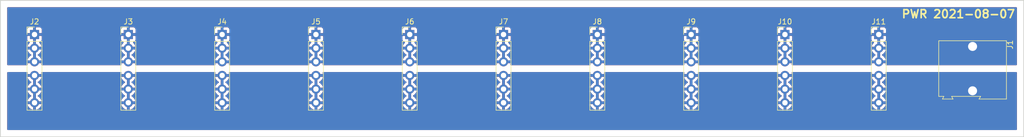
<source format=kicad_pcb>
(kicad_pcb (version 4) (host pcbnew 4.0.6)

  (general
    (links 60)
    (no_connects 0)
    (area -0.075001 -0.075001 190.575001 25.475001)
    (thickness 1.6)
    (drawings 7)
    (tracks 0)
    (zones 0)
    (modules 11)
    (nets 3)
  )

  (page User 431.8 279.4)
  (layers
    (0 F.Cu power)
    (31 B.Cu power hide)
    (32 B.Adhes user)
    (33 F.Adhes user)
    (34 B.Paste user)
    (35 F.Paste user)
    (36 B.SilkS user)
    (37 F.SilkS user)
    (38 B.Mask user)
    (39 F.Mask user)
    (40 Dwgs.User user)
    (41 Cmts.User user)
    (42 Eco1.User user)
    (43 Eco2.User user)
    (44 Edge.Cuts user)
    (45 Margin user)
    (46 B.CrtYd user)
    (47 F.CrtYd user)
    (48 B.Fab user)
    (49 F.Fab user)
  )

  (setup
    (last_trace_width 0.25)
    (trace_clearance 0.2)
    (zone_clearance 0.508)
    (zone_45_only no)
    (trace_min 0.2)
    (segment_width 0.2)
    (edge_width 0.15)
    (via_size 0.6)
    (via_drill 0.4)
    (via_min_size 0.4)
    (via_min_drill 0.3)
    (uvia_size 0.3)
    (uvia_drill 0.1)
    (uvias_allowed no)
    (uvia_min_size 0.2)
    (uvia_min_drill 0.1)
    (pcb_text_width 0.3)
    (pcb_text_size 1.5 1.5)
    (mod_edge_width 0.15)
    (mod_text_size 1 1)
    (mod_text_width 0.15)
    (pad_size 1.98 3.96)
    (pad_drill 1.6764)
    (pad_to_mask_clearance 0.2)
    (aux_axis_origin 0 0)
    (visible_elements FFFFFF7F)
    (pcbplotparams
      (layerselection 0x01030_80000001)
      (usegerberextensions false)
      (excludeedgelayer true)
      (linewidth 0.100000)
      (plotframeref false)
      (viasonmask false)
      (mode 1)
      (useauxorigin false)
      (hpglpennumber 1)
      (hpglpenspeed 20)
      (hpglpendiameter 15)
      (hpglpenoverlay 2)
      (psnegative false)
      (psa4output false)
      (plotreference true)
      (plotvalue true)
      (plotinvisibletext false)
      (padsonsilk false)
      (subtractmaskfromsilk false)
      (outputformat 1)
      (mirror false)
      (drillshape 0)
      (scaleselection 1)
      (outputdirectory ""))
  )

  (net 0 "")
  (net 1 VCC)
  (net 2 GND)

  (net_class Default "This is the default net class."
    (clearance 0.2)
    (trace_width 0.25)
    (via_dia 0.6)
    (via_drill 0.4)
    (uvia_dia 0.3)
    (uvia_drill 0.1)
    (add_net GND)
    (add_net VCC)
  )

  (module Connectors:AK300-2 (layer F.Cu) (tedit 610F256F) (tstamp 6114706A)
    (at 180.98 10.16 270)
    (descr CONNECTOR)
    (tags CONNECTOR)
    (path /610ED535)
    (zone_connect 2)
    (fp_text reference J1 (at -1.92 -6.99 270) (layer F.SilkS)
      (effects (font (size 1 1) (thickness 0.15)))
    )
    (fp_text value Screw_Terminal_1x02 (at 2.78 7.75 270) (layer F.Fab)
      (effects (font (size 1 1) (thickness 0.15)))
    )
    (fp_line (start -2.65 -6.3) (end -2.65 6.3) (layer F.SilkS) (width 0.12))
    (fp_line (start -2.65 6.3) (end 7.7 6.3) (layer F.SilkS) (width 0.12))
    (fp_line (start 7.7 6.3) (end 7.7 5.35) (layer F.SilkS) (width 0.12))
    (fp_line (start 7.7 5.35) (end 8.2 5.6) (layer F.SilkS) (width 0.12))
    (fp_line (start 8.2 5.6) (end 8.2 3.7) (layer F.SilkS) (width 0.12))
    (fp_line (start 8.2 3.7) (end 8.2 3.65) (layer F.SilkS) (width 0.12))
    (fp_line (start 8.2 3.65) (end 7.7 3.9) (layer F.SilkS) (width 0.12))
    (fp_line (start 7.7 3.9) (end 7.7 -1.5) (layer F.SilkS) (width 0.12))
    (fp_line (start 7.7 -1.5) (end 8.2 -1.2) (layer F.SilkS) (width 0.12))
    (fp_line (start 8.2 -1.2) (end 8.2 -6.3) (layer F.SilkS) (width 0.12))
    (fp_line (start 8.2 -6.3) (end -2.65 -6.3) (layer F.SilkS) (width 0.12))
    (fp_line (start 8.36 -6.47) (end -2.83 -6.47) (layer F.CrtYd) (width 0.05))
    (fp_line (start 8.36 6.47) (end 8.36 -6.47) (layer F.CrtYd) (width 0.05))
    (fp_line (start -2.83 6.47) (end 8.36 6.47) (layer F.CrtYd) (width 0.05))
    (fp_line (start -2.83 -6.47) (end -2.83 6.47) (layer F.CrtYd) (width 0.05))
    (fp_line (start -1.26 2.54) (end 1.28 2.54) (layer F.Fab) (width 0.1))
    (fp_line (start 1.28 2.54) (end 1.28 -0.25) (layer F.Fab) (width 0.1))
    (fp_line (start -1.26 -0.25) (end 1.28 -0.25) (layer F.Fab) (width 0.1))
    (fp_line (start -1.26 2.54) (end -1.26 -0.25) (layer F.Fab) (width 0.1))
    (fp_line (start 3.74 2.54) (end 6.28 2.54) (layer F.Fab) (width 0.1))
    (fp_line (start 6.28 2.54) (end 6.28 -0.25) (layer F.Fab) (width 0.1))
    (fp_line (start 3.74 -0.25) (end 6.28 -0.25) (layer F.Fab) (width 0.1))
    (fp_line (start 3.74 2.54) (end 3.74 -0.25) (layer F.Fab) (width 0.1))
    (fp_line (start 7.61 -6.22) (end 7.61 -3.17) (layer F.Fab) (width 0.1))
    (fp_line (start 7.61 -6.22) (end -2.58 -6.22) (layer F.Fab) (width 0.1))
    (fp_line (start 7.61 -6.22) (end 8.11 -6.22) (layer F.Fab) (width 0.1))
    (fp_line (start 8.11 -6.22) (end 8.11 -1.4) (layer F.Fab) (width 0.1))
    (fp_line (start 8.11 -1.4) (end 7.61 -1.65) (layer F.Fab) (width 0.1))
    (fp_line (start 8.11 5.46) (end 7.61 5.21) (layer F.Fab) (width 0.1))
    (fp_line (start 7.61 5.21) (end 7.61 6.22) (layer F.Fab) (width 0.1))
    (fp_line (start 8.11 3.81) (end 7.61 4.06) (layer F.Fab) (width 0.1))
    (fp_line (start 7.61 4.06) (end 7.61 5.21) (layer F.Fab) (width 0.1))
    (fp_line (start 8.11 3.81) (end 8.11 5.46) (layer F.Fab) (width 0.1))
    (fp_line (start 2.98 6.22) (end 2.98 4.32) (layer F.Fab) (width 0.1))
    (fp_line (start 7.05 -0.25) (end 7.05 4.32) (layer F.Fab) (width 0.1))
    (fp_line (start 2.98 6.22) (end 7.05 6.22) (layer F.Fab) (width 0.1))
    (fp_line (start 7.05 6.22) (end 7.61 6.22) (layer F.Fab) (width 0.1))
    (fp_line (start 2.04 6.22) (end 2.04 4.32) (layer F.Fab) (width 0.1))
    (fp_line (start 2.04 6.22) (end 2.98 6.22) (layer F.Fab) (width 0.1))
    (fp_line (start -2.02 -0.25) (end -2.02 4.32) (layer F.Fab) (width 0.1))
    (fp_line (start -2.58 6.22) (end -2.02 6.22) (layer F.Fab) (width 0.1))
    (fp_line (start -2.02 6.22) (end 2.04 6.22) (layer F.Fab) (width 0.1))
    (fp_line (start 2.98 4.32) (end 7.05 4.32) (layer F.Fab) (width 0.1))
    (fp_line (start 2.98 4.32) (end 2.98 -0.25) (layer F.Fab) (width 0.1))
    (fp_line (start 7.05 4.32) (end 7.05 6.22) (layer F.Fab) (width 0.1))
    (fp_line (start 2.04 4.32) (end -2.02 4.32) (layer F.Fab) (width 0.1))
    (fp_line (start 2.04 4.32) (end 2.04 -0.25) (layer F.Fab) (width 0.1))
    (fp_line (start -2.02 4.32) (end -2.02 6.22) (layer F.Fab) (width 0.1))
    (fp_line (start 6.67 3.68) (end 6.67 0.51) (layer F.Fab) (width 0.1))
    (fp_line (start 6.67 3.68) (end 3.36 3.68) (layer F.Fab) (width 0.1))
    (fp_line (start 3.36 3.68) (end 3.36 0.51) (layer F.Fab) (width 0.1))
    (fp_line (start 1.66 3.68) (end 1.66 0.51) (layer F.Fab) (width 0.1))
    (fp_line (start 1.66 3.68) (end -1.64 3.68) (layer F.Fab) (width 0.1))
    (fp_line (start -1.64 3.68) (end -1.64 0.51) (layer F.Fab) (width 0.1))
    (fp_line (start -1.64 0.51) (end -1.26 0.51) (layer F.Fab) (width 0.1))
    (fp_line (start 1.66 0.51) (end 1.28 0.51) (layer F.Fab) (width 0.1))
    (fp_line (start 3.36 0.51) (end 3.74 0.51) (layer F.Fab) (width 0.1))
    (fp_line (start 6.67 0.51) (end 6.28 0.51) (layer F.Fab) (width 0.1))
    (fp_line (start -2.58 6.22) (end -2.58 -0.64) (layer F.Fab) (width 0.1))
    (fp_line (start -2.58 -0.64) (end -2.58 -3.17) (layer F.Fab) (width 0.1))
    (fp_line (start 7.61 -1.65) (end 7.61 -0.64) (layer F.Fab) (width 0.1))
    (fp_line (start 7.61 -0.64) (end 7.61 4.06) (layer F.Fab) (width 0.1))
    (fp_line (start -2.58 -3.17) (end 7.61 -3.17) (layer F.Fab) (width 0.1))
    (fp_line (start -2.58 -3.17) (end -2.58 -6.22) (layer F.Fab) (width 0.1))
    (fp_line (start 7.61 -3.17) (end 7.61 -1.65) (layer F.Fab) (width 0.1))
    (fp_line (start 2.98 -3.43) (end 2.98 -5.97) (layer F.Fab) (width 0.1))
    (fp_line (start 2.98 -5.97) (end 7.05 -5.97) (layer F.Fab) (width 0.1))
    (fp_line (start 7.05 -5.97) (end 7.05 -3.43) (layer F.Fab) (width 0.1))
    (fp_line (start 7.05 -3.43) (end 2.98 -3.43) (layer F.Fab) (width 0.1))
    (fp_line (start 2.04 -3.43) (end 2.04 -5.97) (layer F.Fab) (width 0.1))
    (fp_line (start 2.04 -3.43) (end -2.02 -3.43) (layer F.Fab) (width 0.1))
    (fp_line (start -2.02 -3.43) (end -2.02 -5.97) (layer F.Fab) (width 0.1))
    (fp_line (start 2.04 -5.97) (end -2.02 -5.97) (layer F.Fab) (width 0.1))
    (fp_line (start 3.39 -4.45) (end 6.44 -5.08) (layer F.Fab) (width 0.1))
    (fp_line (start 3.52 -4.32) (end 6.56 -4.95) (layer F.Fab) (width 0.1))
    (fp_line (start -1.62 -4.45) (end 1.44 -5.08) (layer F.Fab) (width 0.1))
    (fp_line (start -1.49 -4.32) (end 1.56 -4.95) (layer F.Fab) (width 0.1))
    (fp_line (start -2.02 -0.25) (end -1.64 -0.25) (layer F.Fab) (width 0.1))
    (fp_line (start 2.04 -0.25) (end 1.66 -0.25) (layer F.Fab) (width 0.1))
    (fp_line (start 1.66 -0.25) (end -1.64 -0.25) (layer F.Fab) (width 0.1))
    (fp_line (start -2.58 -0.64) (end -1.64 -0.64) (layer F.Fab) (width 0.1))
    (fp_line (start -1.64 -0.64) (end 1.66 -0.64) (layer F.Fab) (width 0.1))
    (fp_line (start 1.66 -0.64) (end 3.36 -0.64) (layer F.Fab) (width 0.1))
    (fp_line (start 7.61 -0.64) (end 6.67 -0.64) (layer F.Fab) (width 0.1))
    (fp_line (start 6.67 -0.64) (end 3.36 -0.64) (layer F.Fab) (width 0.1))
    (fp_line (start 7.05 -0.25) (end 6.67 -0.25) (layer F.Fab) (width 0.1))
    (fp_line (start 2.98 -0.25) (end 3.36 -0.25) (layer F.Fab) (width 0.1))
    (fp_line (start 3.36 -0.25) (end 6.67 -0.25) (layer F.Fab) (width 0.1))
    (fp_arc (start 6.03 -4.59) (end 6.54 -5.05) (angle 90.5) (layer F.Fab) (width 0.1))
    (fp_arc (start 5.07 -6.07) (end 6.53 -4.12) (angle 75.5) (layer F.Fab) (width 0.1))
    (fp_arc (start 4.99 -3.71) (end 3.39 -5) (angle 100) (layer F.Fab) (width 0.1))
    (fp_arc (start 3.87 -4.65) (end 3.58 -4.13) (angle 104.2) (layer F.Fab) (width 0.1))
    (fp_arc (start 1.03 -4.59) (end 1.53 -5.05) (angle 90.5) (layer F.Fab) (width 0.1))
    (fp_arc (start 0.06 -6.07) (end 1.53 -4.12) (angle 75.5) (layer F.Fab) (width 0.1))
    (fp_arc (start -0.01 -3.71) (end -1.62 -5) (angle 100) (layer F.Fab) (width 0.1))
    (fp_arc (start -1.13 -4.65) (end -1.42 -4.13) (angle 104.2) (layer F.Fab) (width 0.1))
    (pad 1 thru_hole rect (at -1.5875 0 270) (size 1.98 3.96) (drill 1.6764) (layers *.Cu F.Paste F.Mask)
      (net 1 VCC) (zone_connect 2))
    (pad 2 thru_hole oval (at 6.6675 0 270) (size 1.98 3.96) (drill 1.6764) (layers *.Cu F.Paste F.Mask)
      (net 2 GND) (zone_connect 2))
  )

  (module Pin_Headers:Pin_Header_Straight_1x06_Pitch2.54mm (layer F.Cu) (tedit 5862ED52) (tstamp 61147082)
    (at 6.35 6.35)
    (descr "Through hole straight pin header, 1x06, 2.54mm pitch, single row")
    (tags "Through hole pin header THT 1x06 2.54mm single row")
    (path /610ED061)
    (fp_text reference J2 (at 0 -2.39) (layer F.SilkS)
      (effects (font (size 1 1) (thickness 0.15)))
    )
    (fp_text value CONN_01X06 (at 0 15.09) (layer F.Fab)
      (effects (font (size 1 1) (thickness 0.15)))
    )
    (fp_line (start -1.27 -1.27) (end -1.27 13.97) (layer F.Fab) (width 0.1))
    (fp_line (start -1.27 13.97) (end 1.27 13.97) (layer F.Fab) (width 0.1))
    (fp_line (start 1.27 13.97) (end 1.27 -1.27) (layer F.Fab) (width 0.1))
    (fp_line (start 1.27 -1.27) (end -1.27 -1.27) (layer F.Fab) (width 0.1))
    (fp_line (start -1.39 1.27) (end -1.39 14.09) (layer F.SilkS) (width 0.12))
    (fp_line (start -1.39 14.09) (end 1.39 14.09) (layer F.SilkS) (width 0.12))
    (fp_line (start 1.39 14.09) (end 1.39 1.27) (layer F.SilkS) (width 0.12))
    (fp_line (start 1.39 1.27) (end -1.39 1.27) (layer F.SilkS) (width 0.12))
    (fp_line (start -1.39 0) (end -1.39 -1.39) (layer F.SilkS) (width 0.12))
    (fp_line (start -1.39 -1.39) (end 0 -1.39) (layer F.SilkS) (width 0.12))
    (fp_line (start -1.6 -1.6) (end -1.6 14.3) (layer F.CrtYd) (width 0.05))
    (fp_line (start -1.6 14.3) (end 1.6 14.3) (layer F.CrtYd) (width 0.05))
    (fp_line (start 1.6 14.3) (end 1.6 -1.6) (layer F.CrtYd) (width 0.05))
    (fp_line (start 1.6 -1.6) (end -1.6 -1.6) (layer F.CrtYd) (width 0.05))
    (pad 1 thru_hole rect (at 0 0) (size 1.7 1.7) (drill 1) (layers *.Cu *.Mask)
      (net 1 VCC))
    (pad 2 thru_hole oval (at 0 2.54) (size 1.7 1.7) (drill 1) (layers *.Cu *.Mask)
      (net 1 VCC))
    (pad 3 thru_hole oval (at 0 5.08) (size 1.7 1.7) (drill 1) (layers *.Cu *.Mask)
      (net 1 VCC))
    (pad 4 thru_hole oval (at 0 7.62) (size 1.7 1.7) (drill 1) (layers *.Cu *.Mask)
      (net 2 GND))
    (pad 5 thru_hole oval (at 0 10.16) (size 1.7 1.7) (drill 1) (layers *.Cu *.Mask)
      (net 2 GND))
    (pad 6 thru_hole oval (at 0 12.7) (size 1.7 1.7) (drill 1) (layers *.Cu *.Mask)
      (net 2 GND))
    (model Pin_Headers.3dshapes/Pin_Header_Straight_1x06_Pitch2.54mm.wrl
      (at (xyz 0 -0.25 0))
      (scale (xyz 1 1 1))
      (rotate (xyz 0 0 90))
    )
  )

  (module Pin_Headers:Pin_Header_Straight_1x06_Pitch2.54mm (layer F.Cu) (tedit 5862ED52) (tstamp 6114709A)
    (at 23.81 6.35)
    (descr "Through hole straight pin header, 1x06, 2.54mm pitch, single row")
    (tags "Through hole pin header THT 1x06 2.54mm single row")
    (path /610ED175)
    (fp_text reference J3 (at 0 -2.39) (layer F.SilkS)
      (effects (font (size 1 1) (thickness 0.15)))
    )
    (fp_text value CONN_01X06 (at 0 15.09) (layer F.Fab)
      (effects (font (size 1 1) (thickness 0.15)))
    )
    (fp_line (start -1.27 -1.27) (end -1.27 13.97) (layer F.Fab) (width 0.1))
    (fp_line (start -1.27 13.97) (end 1.27 13.97) (layer F.Fab) (width 0.1))
    (fp_line (start 1.27 13.97) (end 1.27 -1.27) (layer F.Fab) (width 0.1))
    (fp_line (start 1.27 -1.27) (end -1.27 -1.27) (layer F.Fab) (width 0.1))
    (fp_line (start -1.39 1.27) (end -1.39 14.09) (layer F.SilkS) (width 0.12))
    (fp_line (start -1.39 14.09) (end 1.39 14.09) (layer F.SilkS) (width 0.12))
    (fp_line (start 1.39 14.09) (end 1.39 1.27) (layer F.SilkS) (width 0.12))
    (fp_line (start 1.39 1.27) (end -1.39 1.27) (layer F.SilkS) (width 0.12))
    (fp_line (start -1.39 0) (end -1.39 -1.39) (layer F.SilkS) (width 0.12))
    (fp_line (start -1.39 -1.39) (end 0 -1.39) (layer F.SilkS) (width 0.12))
    (fp_line (start -1.6 -1.6) (end -1.6 14.3) (layer F.CrtYd) (width 0.05))
    (fp_line (start -1.6 14.3) (end 1.6 14.3) (layer F.CrtYd) (width 0.05))
    (fp_line (start 1.6 14.3) (end 1.6 -1.6) (layer F.CrtYd) (width 0.05))
    (fp_line (start 1.6 -1.6) (end -1.6 -1.6) (layer F.CrtYd) (width 0.05))
    (pad 1 thru_hole rect (at 0 0) (size 1.7 1.7) (drill 1) (layers *.Cu *.Mask)
      (net 1 VCC))
    (pad 2 thru_hole oval (at 0 2.54) (size 1.7 1.7) (drill 1) (layers *.Cu *.Mask)
      (net 1 VCC))
    (pad 3 thru_hole oval (at 0 5.08) (size 1.7 1.7) (drill 1) (layers *.Cu *.Mask)
      (net 1 VCC))
    (pad 4 thru_hole oval (at 0 7.62) (size 1.7 1.7) (drill 1) (layers *.Cu *.Mask)
      (net 2 GND))
    (pad 5 thru_hole oval (at 0 10.16) (size 1.7 1.7) (drill 1) (layers *.Cu *.Mask)
      (net 2 GND))
    (pad 6 thru_hole oval (at 0 12.7) (size 1.7 1.7) (drill 1) (layers *.Cu *.Mask)
      (net 2 GND))
    (model Pin_Headers.3dshapes/Pin_Header_Straight_1x06_Pitch2.54mm.wrl
      (at (xyz 0 -0.25 0))
      (scale (xyz 1 1 1))
      (rotate (xyz 0 0 90))
    )
  )

  (module Pin_Headers:Pin_Header_Straight_1x06_Pitch2.54mm (layer F.Cu) (tedit 5862ED52) (tstamp 611470B2)
    (at 41.28 6.35)
    (descr "Through hole straight pin header, 1x06, 2.54mm pitch, single row")
    (tags "Through hole pin header THT 1x06 2.54mm single row")
    (path /610ED23B)
    (fp_text reference J4 (at 0 -2.39) (layer F.SilkS)
      (effects (font (size 1 1) (thickness 0.15)))
    )
    (fp_text value CONN_01X06 (at 0 15.09) (layer F.Fab)
      (effects (font (size 1 1) (thickness 0.15)))
    )
    (fp_line (start -1.27 -1.27) (end -1.27 13.97) (layer F.Fab) (width 0.1))
    (fp_line (start -1.27 13.97) (end 1.27 13.97) (layer F.Fab) (width 0.1))
    (fp_line (start 1.27 13.97) (end 1.27 -1.27) (layer F.Fab) (width 0.1))
    (fp_line (start 1.27 -1.27) (end -1.27 -1.27) (layer F.Fab) (width 0.1))
    (fp_line (start -1.39 1.27) (end -1.39 14.09) (layer F.SilkS) (width 0.12))
    (fp_line (start -1.39 14.09) (end 1.39 14.09) (layer F.SilkS) (width 0.12))
    (fp_line (start 1.39 14.09) (end 1.39 1.27) (layer F.SilkS) (width 0.12))
    (fp_line (start 1.39 1.27) (end -1.39 1.27) (layer F.SilkS) (width 0.12))
    (fp_line (start -1.39 0) (end -1.39 -1.39) (layer F.SilkS) (width 0.12))
    (fp_line (start -1.39 -1.39) (end 0 -1.39) (layer F.SilkS) (width 0.12))
    (fp_line (start -1.6 -1.6) (end -1.6 14.3) (layer F.CrtYd) (width 0.05))
    (fp_line (start -1.6 14.3) (end 1.6 14.3) (layer F.CrtYd) (width 0.05))
    (fp_line (start 1.6 14.3) (end 1.6 -1.6) (layer F.CrtYd) (width 0.05))
    (fp_line (start 1.6 -1.6) (end -1.6 -1.6) (layer F.CrtYd) (width 0.05))
    (pad 1 thru_hole rect (at 0 0) (size 1.7 1.7) (drill 1) (layers *.Cu *.Mask)
      (net 1 VCC))
    (pad 2 thru_hole oval (at 0 2.54) (size 1.7 1.7) (drill 1) (layers *.Cu *.Mask)
      (net 1 VCC))
    (pad 3 thru_hole oval (at 0 5.08) (size 1.7 1.7) (drill 1) (layers *.Cu *.Mask)
      (net 1 VCC))
    (pad 4 thru_hole oval (at 0 7.62) (size 1.7 1.7) (drill 1) (layers *.Cu *.Mask)
      (net 2 GND))
    (pad 5 thru_hole oval (at 0 10.16) (size 1.7 1.7) (drill 1) (layers *.Cu *.Mask)
      (net 2 GND))
    (pad 6 thru_hole oval (at 0 12.7) (size 1.7 1.7) (drill 1) (layers *.Cu *.Mask)
      (net 2 GND))
    (model Pin_Headers.3dshapes/Pin_Header_Straight_1x06_Pitch2.54mm.wrl
      (at (xyz 0 -0.25 0))
      (scale (xyz 1 1 1))
      (rotate (xyz 0 0 90))
    )
  )

  (module Pin_Headers:Pin_Header_Straight_1x06_Pitch2.54mm (layer F.Cu) (tedit 5862ED52) (tstamp 611470CA)
    (at 58.74 6.35)
    (descr "Through hole straight pin header, 1x06, 2.54mm pitch, single row")
    (tags "Through hole pin header THT 1x06 2.54mm single row")
    (path /610ED27F)
    (fp_text reference J5 (at 0 -2.39) (layer F.SilkS)
      (effects (font (size 1 1) (thickness 0.15)))
    )
    (fp_text value CONN_01X06 (at 0 15.09) (layer F.Fab)
      (effects (font (size 1 1) (thickness 0.15)))
    )
    (fp_line (start -1.27 -1.27) (end -1.27 13.97) (layer F.Fab) (width 0.1))
    (fp_line (start -1.27 13.97) (end 1.27 13.97) (layer F.Fab) (width 0.1))
    (fp_line (start 1.27 13.97) (end 1.27 -1.27) (layer F.Fab) (width 0.1))
    (fp_line (start 1.27 -1.27) (end -1.27 -1.27) (layer F.Fab) (width 0.1))
    (fp_line (start -1.39 1.27) (end -1.39 14.09) (layer F.SilkS) (width 0.12))
    (fp_line (start -1.39 14.09) (end 1.39 14.09) (layer F.SilkS) (width 0.12))
    (fp_line (start 1.39 14.09) (end 1.39 1.27) (layer F.SilkS) (width 0.12))
    (fp_line (start 1.39 1.27) (end -1.39 1.27) (layer F.SilkS) (width 0.12))
    (fp_line (start -1.39 0) (end -1.39 -1.39) (layer F.SilkS) (width 0.12))
    (fp_line (start -1.39 -1.39) (end 0 -1.39) (layer F.SilkS) (width 0.12))
    (fp_line (start -1.6 -1.6) (end -1.6 14.3) (layer F.CrtYd) (width 0.05))
    (fp_line (start -1.6 14.3) (end 1.6 14.3) (layer F.CrtYd) (width 0.05))
    (fp_line (start 1.6 14.3) (end 1.6 -1.6) (layer F.CrtYd) (width 0.05))
    (fp_line (start 1.6 -1.6) (end -1.6 -1.6) (layer F.CrtYd) (width 0.05))
    (pad 1 thru_hole rect (at 0 0) (size 1.7 1.7) (drill 1) (layers *.Cu *.Mask)
      (net 1 VCC))
    (pad 2 thru_hole oval (at 0 2.54) (size 1.7 1.7) (drill 1) (layers *.Cu *.Mask)
      (net 1 VCC))
    (pad 3 thru_hole oval (at 0 5.08) (size 1.7 1.7) (drill 1) (layers *.Cu *.Mask)
      (net 1 VCC))
    (pad 4 thru_hole oval (at 0 7.62) (size 1.7 1.7) (drill 1) (layers *.Cu *.Mask)
      (net 2 GND))
    (pad 5 thru_hole oval (at 0 10.16) (size 1.7 1.7) (drill 1) (layers *.Cu *.Mask)
      (net 2 GND))
    (pad 6 thru_hole oval (at 0 12.7) (size 1.7 1.7) (drill 1) (layers *.Cu *.Mask)
      (net 2 GND))
    (model Pin_Headers.3dshapes/Pin_Header_Straight_1x06_Pitch2.54mm.wrl
      (at (xyz 0 -0.25 0))
      (scale (xyz 1 1 1))
      (rotate (xyz 0 0 90))
    )
  )

  (module Pin_Headers:Pin_Header_Straight_1x06_Pitch2.54mm (layer F.Cu) (tedit 5862ED52) (tstamp 611470E2)
    (at 76.2 6.35)
    (descr "Through hole straight pin header, 1x06, 2.54mm pitch, single row")
    (tags "Through hole pin header THT 1x06 2.54mm single row")
    (path /610ED2D1)
    (fp_text reference J6 (at 0 -2.39) (layer F.SilkS)
      (effects (font (size 1 1) (thickness 0.15)))
    )
    (fp_text value CONN_01X06 (at 0 15.09) (layer F.Fab)
      (effects (font (size 1 1) (thickness 0.15)))
    )
    (fp_line (start -1.27 -1.27) (end -1.27 13.97) (layer F.Fab) (width 0.1))
    (fp_line (start -1.27 13.97) (end 1.27 13.97) (layer F.Fab) (width 0.1))
    (fp_line (start 1.27 13.97) (end 1.27 -1.27) (layer F.Fab) (width 0.1))
    (fp_line (start 1.27 -1.27) (end -1.27 -1.27) (layer F.Fab) (width 0.1))
    (fp_line (start -1.39 1.27) (end -1.39 14.09) (layer F.SilkS) (width 0.12))
    (fp_line (start -1.39 14.09) (end 1.39 14.09) (layer F.SilkS) (width 0.12))
    (fp_line (start 1.39 14.09) (end 1.39 1.27) (layer F.SilkS) (width 0.12))
    (fp_line (start 1.39 1.27) (end -1.39 1.27) (layer F.SilkS) (width 0.12))
    (fp_line (start -1.39 0) (end -1.39 -1.39) (layer F.SilkS) (width 0.12))
    (fp_line (start -1.39 -1.39) (end 0 -1.39) (layer F.SilkS) (width 0.12))
    (fp_line (start -1.6 -1.6) (end -1.6 14.3) (layer F.CrtYd) (width 0.05))
    (fp_line (start -1.6 14.3) (end 1.6 14.3) (layer F.CrtYd) (width 0.05))
    (fp_line (start 1.6 14.3) (end 1.6 -1.6) (layer F.CrtYd) (width 0.05))
    (fp_line (start 1.6 -1.6) (end -1.6 -1.6) (layer F.CrtYd) (width 0.05))
    (pad 1 thru_hole rect (at 0 0) (size 1.7 1.7) (drill 1) (layers *.Cu *.Mask)
      (net 1 VCC))
    (pad 2 thru_hole oval (at 0 2.54) (size 1.7 1.7) (drill 1) (layers *.Cu *.Mask)
      (net 1 VCC))
    (pad 3 thru_hole oval (at 0 5.08) (size 1.7 1.7) (drill 1) (layers *.Cu *.Mask)
      (net 1 VCC))
    (pad 4 thru_hole oval (at 0 7.62) (size 1.7 1.7) (drill 1) (layers *.Cu *.Mask)
      (net 2 GND))
    (pad 5 thru_hole oval (at 0 10.16) (size 1.7 1.7) (drill 1) (layers *.Cu *.Mask)
      (net 2 GND))
    (pad 6 thru_hole oval (at 0 12.7) (size 1.7 1.7) (drill 1) (layers *.Cu *.Mask)
      (net 2 GND))
    (model Pin_Headers.3dshapes/Pin_Header_Straight_1x06_Pitch2.54mm.wrl
      (at (xyz 0 -0.25 0))
      (scale (xyz 1 1 1))
      (rotate (xyz 0 0 90))
    )
  )

  (module Pin_Headers:Pin_Header_Straight_1x06_Pitch2.54mm (layer F.Cu) (tedit 5862ED52) (tstamp 611470FA)
    (at 93.66 6.35)
    (descr "Through hole straight pin header, 1x06, 2.54mm pitch, single row")
    (tags "Through hole pin header THT 1x06 2.54mm single row")
    (path /610ED12D)
    (fp_text reference J7 (at 0 -2.39) (layer F.SilkS)
      (effects (font (size 1 1) (thickness 0.15)))
    )
    (fp_text value CONN_01X06 (at 0 15.09) (layer F.Fab)
      (effects (font (size 1 1) (thickness 0.15)))
    )
    (fp_line (start -1.27 -1.27) (end -1.27 13.97) (layer F.Fab) (width 0.1))
    (fp_line (start -1.27 13.97) (end 1.27 13.97) (layer F.Fab) (width 0.1))
    (fp_line (start 1.27 13.97) (end 1.27 -1.27) (layer F.Fab) (width 0.1))
    (fp_line (start 1.27 -1.27) (end -1.27 -1.27) (layer F.Fab) (width 0.1))
    (fp_line (start -1.39 1.27) (end -1.39 14.09) (layer F.SilkS) (width 0.12))
    (fp_line (start -1.39 14.09) (end 1.39 14.09) (layer F.SilkS) (width 0.12))
    (fp_line (start 1.39 14.09) (end 1.39 1.27) (layer F.SilkS) (width 0.12))
    (fp_line (start 1.39 1.27) (end -1.39 1.27) (layer F.SilkS) (width 0.12))
    (fp_line (start -1.39 0) (end -1.39 -1.39) (layer F.SilkS) (width 0.12))
    (fp_line (start -1.39 -1.39) (end 0 -1.39) (layer F.SilkS) (width 0.12))
    (fp_line (start -1.6 -1.6) (end -1.6 14.3) (layer F.CrtYd) (width 0.05))
    (fp_line (start -1.6 14.3) (end 1.6 14.3) (layer F.CrtYd) (width 0.05))
    (fp_line (start 1.6 14.3) (end 1.6 -1.6) (layer F.CrtYd) (width 0.05))
    (fp_line (start 1.6 -1.6) (end -1.6 -1.6) (layer F.CrtYd) (width 0.05))
    (pad 1 thru_hole rect (at 0 0) (size 1.7 1.7) (drill 1) (layers *.Cu *.Mask)
      (net 1 VCC))
    (pad 2 thru_hole oval (at 0 2.54) (size 1.7 1.7) (drill 1) (layers *.Cu *.Mask)
      (net 1 VCC))
    (pad 3 thru_hole oval (at 0 5.08) (size 1.7 1.7) (drill 1) (layers *.Cu *.Mask)
      (net 1 VCC))
    (pad 4 thru_hole oval (at 0 7.62) (size 1.7 1.7) (drill 1) (layers *.Cu *.Mask)
      (net 2 GND))
    (pad 5 thru_hole oval (at 0 10.16) (size 1.7 1.7) (drill 1) (layers *.Cu *.Mask)
      (net 2 GND))
    (pad 6 thru_hole oval (at 0 12.7) (size 1.7 1.7) (drill 1) (layers *.Cu *.Mask)
      (net 2 GND))
    (model Pin_Headers.3dshapes/Pin_Header_Straight_1x06_Pitch2.54mm.wrl
      (at (xyz 0 -0.25 0))
      (scale (xyz 1 1 1))
      (rotate (xyz 0 0 90))
    )
  )

  (module Pin_Headers:Pin_Header_Straight_1x06_Pitch2.54mm (layer F.Cu) (tedit 5862ED52) (tstamp 61147112)
    (at 111.12 6.35)
    (descr "Through hole straight pin header, 1x06, 2.54mm pitch, single row")
    (tags "Through hole pin header THT 1x06 2.54mm single row")
    (path /610ED333)
    (fp_text reference J8 (at 0 -2.39) (layer F.SilkS)
      (effects (font (size 1 1) (thickness 0.15)))
    )
    (fp_text value CONN_01X06 (at 0 15.09) (layer F.Fab)
      (effects (font (size 1 1) (thickness 0.15)))
    )
    (fp_line (start -1.27 -1.27) (end -1.27 13.97) (layer F.Fab) (width 0.1))
    (fp_line (start -1.27 13.97) (end 1.27 13.97) (layer F.Fab) (width 0.1))
    (fp_line (start 1.27 13.97) (end 1.27 -1.27) (layer F.Fab) (width 0.1))
    (fp_line (start 1.27 -1.27) (end -1.27 -1.27) (layer F.Fab) (width 0.1))
    (fp_line (start -1.39 1.27) (end -1.39 14.09) (layer F.SilkS) (width 0.12))
    (fp_line (start -1.39 14.09) (end 1.39 14.09) (layer F.SilkS) (width 0.12))
    (fp_line (start 1.39 14.09) (end 1.39 1.27) (layer F.SilkS) (width 0.12))
    (fp_line (start 1.39 1.27) (end -1.39 1.27) (layer F.SilkS) (width 0.12))
    (fp_line (start -1.39 0) (end -1.39 -1.39) (layer F.SilkS) (width 0.12))
    (fp_line (start -1.39 -1.39) (end 0 -1.39) (layer F.SilkS) (width 0.12))
    (fp_line (start -1.6 -1.6) (end -1.6 14.3) (layer F.CrtYd) (width 0.05))
    (fp_line (start -1.6 14.3) (end 1.6 14.3) (layer F.CrtYd) (width 0.05))
    (fp_line (start 1.6 14.3) (end 1.6 -1.6) (layer F.CrtYd) (width 0.05))
    (fp_line (start 1.6 -1.6) (end -1.6 -1.6) (layer F.CrtYd) (width 0.05))
    (pad 1 thru_hole rect (at 0 0) (size 1.7 1.7) (drill 1) (layers *.Cu *.Mask)
      (net 1 VCC))
    (pad 2 thru_hole oval (at 0 2.54) (size 1.7 1.7) (drill 1) (layers *.Cu *.Mask)
      (net 1 VCC))
    (pad 3 thru_hole oval (at 0 5.08) (size 1.7 1.7) (drill 1) (layers *.Cu *.Mask)
      (net 1 VCC))
    (pad 4 thru_hole oval (at 0 7.62) (size 1.7 1.7) (drill 1) (layers *.Cu *.Mask)
      (net 2 GND))
    (pad 5 thru_hole oval (at 0 10.16) (size 1.7 1.7) (drill 1) (layers *.Cu *.Mask)
      (net 2 GND))
    (pad 6 thru_hole oval (at 0 12.7) (size 1.7 1.7) (drill 1) (layers *.Cu *.Mask)
      (net 2 GND))
    (model Pin_Headers.3dshapes/Pin_Header_Straight_1x06_Pitch2.54mm.wrl
      (at (xyz 0 -0.25 0))
      (scale (xyz 1 1 1))
      (rotate (xyz 0 0 90))
    )
  )

  (module Pin_Headers:Pin_Header_Straight_1x06_Pitch2.54mm (layer F.Cu) (tedit 5862ED52) (tstamp 6114712A)
    (at 128.59 6.35)
    (descr "Through hole straight pin header, 1x06, 2.54mm pitch, single row")
    (tags "Through hole pin header THT 1x06 2.54mm single row")
    (path /610ED3C1)
    (fp_text reference J9 (at 0 -2.39) (layer F.SilkS)
      (effects (font (size 1 1) (thickness 0.15)))
    )
    (fp_text value CONN_01X06 (at 0 15.09) (layer F.Fab)
      (effects (font (size 1 1) (thickness 0.15)))
    )
    (fp_line (start -1.27 -1.27) (end -1.27 13.97) (layer F.Fab) (width 0.1))
    (fp_line (start -1.27 13.97) (end 1.27 13.97) (layer F.Fab) (width 0.1))
    (fp_line (start 1.27 13.97) (end 1.27 -1.27) (layer F.Fab) (width 0.1))
    (fp_line (start 1.27 -1.27) (end -1.27 -1.27) (layer F.Fab) (width 0.1))
    (fp_line (start -1.39 1.27) (end -1.39 14.09) (layer F.SilkS) (width 0.12))
    (fp_line (start -1.39 14.09) (end 1.39 14.09) (layer F.SilkS) (width 0.12))
    (fp_line (start 1.39 14.09) (end 1.39 1.27) (layer F.SilkS) (width 0.12))
    (fp_line (start 1.39 1.27) (end -1.39 1.27) (layer F.SilkS) (width 0.12))
    (fp_line (start -1.39 0) (end -1.39 -1.39) (layer F.SilkS) (width 0.12))
    (fp_line (start -1.39 -1.39) (end 0 -1.39) (layer F.SilkS) (width 0.12))
    (fp_line (start -1.6 -1.6) (end -1.6 14.3) (layer F.CrtYd) (width 0.05))
    (fp_line (start -1.6 14.3) (end 1.6 14.3) (layer F.CrtYd) (width 0.05))
    (fp_line (start 1.6 14.3) (end 1.6 -1.6) (layer F.CrtYd) (width 0.05))
    (fp_line (start 1.6 -1.6) (end -1.6 -1.6) (layer F.CrtYd) (width 0.05))
    (pad 1 thru_hole rect (at 0 0) (size 1.7 1.7) (drill 1) (layers *.Cu *.Mask)
      (net 1 VCC))
    (pad 2 thru_hole oval (at 0 2.54) (size 1.7 1.7) (drill 1) (layers *.Cu *.Mask)
      (net 1 VCC))
    (pad 3 thru_hole oval (at 0 5.08) (size 1.7 1.7) (drill 1) (layers *.Cu *.Mask)
      (net 1 VCC))
    (pad 4 thru_hole oval (at 0 7.62) (size 1.7 1.7) (drill 1) (layers *.Cu *.Mask)
      (net 2 GND))
    (pad 5 thru_hole oval (at 0 10.16) (size 1.7 1.7) (drill 1) (layers *.Cu *.Mask)
      (net 2 GND))
    (pad 6 thru_hole oval (at 0 12.7) (size 1.7 1.7) (drill 1) (layers *.Cu *.Mask)
      (net 2 GND))
    (model Pin_Headers.3dshapes/Pin_Header_Straight_1x06_Pitch2.54mm.wrl
      (at (xyz 0 -0.25 0))
      (scale (xyz 1 1 1))
      (rotate (xyz 0 0 90))
    )
  )

  (module Pin_Headers:Pin_Header_Straight_1x06_Pitch2.54mm (layer F.Cu) (tedit 5862ED52) (tstamp 61147142)
    (at 146.05 6.35)
    (descr "Through hole straight pin header, 1x06, 2.54mm pitch, single row")
    (tags "Through hole pin header THT 1x06 2.54mm single row")
    (path /610ED41F)
    (fp_text reference J10 (at 0 -2.39) (layer F.SilkS)
      (effects (font (size 1 1) (thickness 0.15)))
    )
    (fp_text value CONN_01X06 (at 0 15.09) (layer F.Fab)
      (effects (font (size 1 1) (thickness 0.15)))
    )
    (fp_line (start -1.27 -1.27) (end -1.27 13.97) (layer F.Fab) (width 0.1))
    (fp_line (start -1.27 13.97) (end 1.27 13.97) (layer F.Fab) (width 0.1))
    (fp_line (start 1.27 13.97) (end 1.27 -1.27) (layer F.Fab) (width 0.1))
    (fp_line (start 1.27 -1.27) (end -1.27 -1.27) (layer F.Fab) (width 0.1))
    (fp_line (start -1.39 1.27) (end -1.39 14.09) (layer F.SilkS) (width 0.12))
    (fp_line (start -1.39 14.09) (end 1.39 14.09) (layer F.SilkS) (width 0.12))
    (fp_line (start 1.39 14.09) (end 1.39 1.27) (layer F.SilkS) (width 0.12))
    (fp_line (start 1.39 1.27) (end -1.39 1.27) (layer F.SilkS) (width 0.12))
    (fp_line (start -1.39 0) (end -1.39 -1.39) (layer F.SilkS) (width 0.12))
    (fp_line (start -1.39 -1.39) (end 0 -1.39) (layer F.SilkS) (width 0.12))
    (fp_line (start -1.6 -1.6) (end -1.6 14.3) (layer F.CrtYd) (width 0.05))
    (fp_line (start -1.6 14.3) (end 1.6 14.3) (layer F.CrtYd) (width 0.05))
    (fp_line (start 1.6 14.3) (end 1.6 -1.6) (layer F.CrtYd) (width 0.05))
    (fp_line (start 1.6 -1.6) (end -1.6 -1.6) (layer F.CrtYd) (width 0.05))
    (pad 1 thru_hole rect (at 0 0) (size 1.7 1.7) (drill 1) (layers *.Cu *.Mask)
      (net 1 VCC))
    (pad 2 thru_hole oval (at 0 2.54) (size 1.7 1.7) (drill 1) (layers *.Cu *.Mask)
      (net 1 VCC))
    (pad 3 thru_hole oval (at 0 5.08) (size 1.7 1.7) (drill 1) (layers *.Cu *.Mask)
      (net 1 VCC))
    (pad 4 thru_hole oval (at 0 7.62) (size 1.7 1.7) (drill 1) (layers *.Cu *.Mask)
      (net 2 GND))
    (pad 5 thru_hole oval (at 0 10.16) (size 1.7 1.7) (drill 1) (layers *.Cu *.Mask)
      (net 2 GND))
    (pad 6 thru_hole oval (at 0 12.7) (size 1.7 1.7) (drill 1) (layers *.Cu *.Mask)
      (net 2 GND))
    (model Pin_Headers.3dshapes/Pin_Header_Straight_1x06_Pitch2.54mm.wrl
      (at (xyz 0 -0.25 0))
      (scale (xyz 1 1 1))
      (rotate (xyz 0 0 90))
    )
  )

  (module Pin_Headers:Pin_Header_Straight_1x06_Pitch2.54mm (layer F.Cu) (tedit 5862ED52) (tstamp 6114715A)
    (at 163.51 6.35)
    (descr "Through hole straight pin header, 1x06, 2.54mm pitch, single row")
    (tags "Through hole pin header THT 1x06 2.54mm single row")
    (path /610ED5E2)
    (fp_text reference J11 (at 0 -2.39) (layer F.SilkS)
      (effects (font (size 1 1) (thickness 0.15)))
    )
    (fp_text value CONN_01X06 (at 0 15.09) (layer F.Fab)
      (effects (font (size 1 1) (thickness 0.15)))
    )
    (fp_line (start -1.27 -1.27) (end -1.27 13.97) (layer F.Fab) (width 0.1))
    (fp_line (start -1.27 13.97) (end 1.27 13.97) (layer F.Fab) (width 0.1))
    (fp_line (start 1.27 13.97) (end 1.27 -1.27) (layer F.Fab) (width 0.1))
    (fp_line (start 1.27 -1.27) (end -1.27 -1.27) (layer F.Fab) (width 0.1))
    (fp_line (start -1.39 1.27) (end -1.39 14.09) (layer F.SilkS) (width 0.12))
    (fp_line (start -1.39 14.09) (end 1.39 14.09) (layer F.SilkS) (width 0.12))
    (fp_line (start 1.39 14.09) (end 1.39 1.27) (layer F.SilkS) (width 0.12))
    (fp_line (start 1.39 1.27) (end -1.39 1.27) (layer F.SilkS) (width 0.12))
    (fp_line (start -1.39 0) (end -1.39 -1.39) (layer F.SilkS) (width 0.12))
    (fp_line (start -1.39 -1.39) (end 0 -1.39) (layer F.SilkS) (width 0.12))
    (fp_line (start -1.6 -1.6) (end -1.6 14.3) (layer F.CrtYd) (width 0.05))
    (fp_line (start -1.6 14.3) (end 1.6 14.3) (layer F.CrtYd) (width 0.05))
    (fp_line (start 1.6 14.3) (end 1.6 -1.6) (layer F.CrtYd) (width 0.05))
    (fp_line (start 1.6 -1.6) (end -1.6 -1.6) (layer F.CrtYd) (width 0.05))
    (pad 1 thru_hole rect (at 0 0) (size 1.7 1.7) (drill 1) (layers *.Cu *.Mask)
      (net 1 VCC))
    (pad 2 thru_hole oval (at 0 2.54) (size 1.7 1.7) (drill 1) (layers *.Cu *.Mask)
      (net 1 VCC))
    (pad 3 thru_hole oval (at 0 5.08) (size 1.7 1.7) (drill 1) (layers *.Cu *.Mask)
      (net 1 VCC))
    (pad 4 thru_hole oval (at 0 7.62) (size 1.7 1.7) (drill 1) (layers *.Cu *.Mask)
      (net 2 GND))
    (pad 5 thru_hole oval (at 0 10.16) (size 1.7 1.7) (drill 1) (layers *.Cu *.Mask)
      (net 2 GND))
    (pad 6 thru_hole oval (at 0 12.7) (size 1.7 1.7) (drill 1) (layers *.Cu *.Mask)
      (net 2 GND))
    (model Pin_Headers.3dshapes/Pin_Header_Straight_1x06_Pitch2.54mm.wrl
      (at (xyz 0 -0.25 0))
      (scale (xyz 1 1 1))
      (rotate (xyz 0 0 90))
    )
  )

  (gr_text "PWR 2021-08-07" (at 167.64 2.54) (layer F.SilkS)
    (effects (font (size 1.5 1.5) (thickness 0.3)) (justify left))
  )
  (gr_line (start 190.5 25.4) (end 177.8 25.4) (angle 90) (layer Edge.Cuts) (width 0.15))
  (gr_line (start 190.5 0) (end 190.5 25.4) (angle 90) (layer Edge.Cuts) (width 0.15))
  (gr_line (start 177.8 0) (end 190.5 0) (angle 90) (layer Edge.Cuts) (width 0.15))
  (gr_line (start 0 25.4) (end 177.8 25.4) (angle 90) (layer Edge.Cuts) (width 0.15))
  (gr_line (start 177.8 0) (end 0 0) (angle 90) (layer Edge.Cuts) (width 0.15))
  (gr_line (start 0 0) (end 0 25.4) (angle 90) (layer Edge.Cuts) (width 0.15))

  (zone (net 2) (net_name GND) (layer B.Cu) (tstamp 6114759C) (hatch edge 0.508)
    (connect_pads (clearance 0.508))
    (min_thickness 0.254)
    (fill yes (arc_segments 16) (thermal_gap 0.508) (thermal_bridge_width 0.508))
    (polygon
      (pts
        (xy 189.23 24.13) (xy 1.27 24.13) (xy 1.27 13.335) (xy 189.23 13.335)
      )
    )
    (filled_polygon
      (pts
        (xy 4.908524 13.61311) (xy 5.029845 13.843) (xy 6.223 13.843) (xy 6.223 13.823) (xy 6.477 13.823)
        (xy 6.477 13.843) (xy 7.670155 13.843) (xy 7.791476 13.61311) (xy 7.728888 13.462) (xy 22.431112 13.462)
        (xy 22.368524 13.61311) (xy 22.489845 13.843) (xy 23.683 13.843) (xy 23.683 13.823) (xy 23.937 13.823)
        (xy 23.937 13.843) (xy 25.130155 13.843) (xy 25.251476 13.61311) (xy 25.188888 13.462) (xy 39.901112 13.462)
        (xy 39.838524 13.61311) (xy 39.959845 13.843) (xy 41.153 13.843) (xy 41.153 13.823) (xy 41.407 13.823)
        (xy 41.407 13.843) (xy 42.600155 13.843) (xy 42.721476 13.61311) (xy 42.658888 13.462) (xy 57.361112 13.462)
        (xy 57.298524 13.61311) (xy 57.419845 13.843) (xy 58.613 13.843) (xy 58.613 13.823) (xy 58.867 13.823)
        (xy 58.867 13.843) (xy 60.060155 13.843) (xy 60.181476 13.61311) (xy 60.118888 13.462) (xy 74.821112 13.462)
        (xy 74.758524 13.61311) (xy 74.879845 13.843) (xy 76.073 13.843) (xy 76.073 13.823) (xy 76.327 13.823)
        (xy 76.327 13.843) (xy 77.520155 13.843) (xy 77.641476 13.61311) (xy 77.578888 13.462) (xy 92.281112 13.462)
        (xy 92.218524 13.61311) (xy 92.339845 13.843) (xy 93.533 13.843) (xy 93.533 13.823) (xy 93.787 13.823)
        (xy 93.787 13.843) (xy 94.980155 13.843) (xy 95.101476 13.61311) (xy 95.038888 13.462) (xy 109.741112 13.462)
        (xy 109.678524 13.61311) (xy 109.799845 13.843) (xy 110.993 13.843) (xy 110.993 13.823) (xy 111.247 13.823)
        (xy 111.247 13.843) (xy 112.440155 13.843) (xy 112.561476 13.61311) (xy 112.498888 13.462) (xy 127.211112 13.462)
        (xy 127.148524 13.61311) (xy 127.269845 13.843) (xy 128.463 13.843) (xy 128.463 13.823) (xy 128.717 13.823)
        (xy 128.717 13.843) (xy 129.910155 13.843) (xy 130.031476 13.61311) (xy 129.968888 13.462) (xy 144.671112 13.462)
        (xy 144.608524 13.61311) (xy 144.729845 13.843) (xy 145.923 13.843) (xy 145.923 13.823) (xy 146.177 13.823)
        (xy 146.177 13.843) (xy 147.370155 13.843) (xy 147.491476 13.61311) (xy 147.428888 13.462) (xy 162.131112 13.462)
        (xy 162.068524 13.61311) (xy 162.189845 13.843) (xy 163.383 13.843) (xy 163.383 13.823) (xy 163.637 13.823)
        (xy 163.637 13.843) (xy 164.830155 13.843) (xy 164.951476 13.61311) (xy 164.888888 13.462) (xy 189.103 13.462)
        (xy 189.103 24.003) (xy 1.397 24.003) (xy 1.397 19.40689) (xy 4.908524 19.40689) (xy 5.078355 19.816924)
        (xy 5.468642 20.245183) (xy 5.993108 20.491486) (xy 6.223 20.370819) (xy 6.223 19.177) (xy 6.477 19.177)
        (xy 6.477 20.370819) (xy 6.706892 20.491486) (xy 7.231358 20.245183) (xy 7.621645 19.816924) (xy 7.791476 19.40689)
        (xy 22.368524 19.40689) (xy 22.538355 19.816924) (xy 22.928642 20.245183) (xy 23.453108 20.491486) (xy 23.683 20.370819)
        (xy 23.683 19.177) (xy 23.937 19.177) (xy 23.937 20.370819) (xy 24.166892 20.491486) (xy 24.691358 20.245183)
        (xy 25.081645 19.816924) (xy 25.251476 19.40689) (xy 39.838524 19.40689) (xy 40.008355 19.816924) (xy 40.398642 20.245183)
        (xy 40.923108 20.491486) (xy 41.153 20.370819) (xy 41.153 19.177) (xy 41.407 19.177) (xy 41.407 20.370819)
        (xy 41.636892 20.491486) (xy 42.161358 20.245183) (xy 42.551645 19.816924) (xy 42.721476 19.40689) (xy 57.298524 19.40689)
        (xy 57.468355 19.816924) (xy 57.858642 20.245183) (xy 58.383108 20.491486) (xy 58.613 20.370819) (xy 58.613 19.177)
        (xy 58.867 19.177) (xy 58.867 20.370819) (xy 59.096892 20.491486) (xy 59.621358 20.245183) (xy 60.011645 19.816924)
        (xy 60.181476 19.40689) (xy 74.758524 19.40689) (xy 74.928355 19.816924) (xy 75.318642 20.245183) (xy 75.843108 20.491486)
        (xy 76.073 20.370819) (xy 76.073 19.177) (xy 76.327 19.177) (xy 76.327 20.370819) (xy 76.556892 20.491486)
        (xy 77.081358 20.245183) (xy 77.471645 19.816924) (xy 77.641476 19.40689) (xy 92.218524 19.40689) (xy 92.388355 19.816924)
        (xy 92.778642 20.245183) (xy 93.303108 20.491486) (xy 93.533 20.370819) (xy 93.533 19.177) (xy 93.787 19.177)
        (xy 93.787 20.370819) (xy 94.016892 20.491486) (xy 94.541358 20.245183) (xy 94.931645 19.816924) (xy 95.101476 19.40689)
        (xy 109.678524 19.40689) (xy 109.848355 19.816924) (xy 110.238642 20.245183) (xy 110.763108 20.491486) (xy 110.993 20.370819)
        (xy 110.993 19.177) (xy 111.247 19.177) (xy 111.247 20.370819) (xy 111.476892 20.491486) (xy 112.001358 20.245183)
        (xy 112.391645 19.816924) (xy 112.561476 19.40689) (xy 127.148524 19.40689) (xy 127.318355 19.816924) (xy 127.708642 20.245183)
        (xy 128.233108 20.491486) (xy 128.463 20.370819) (xy 128.463 19.177) (xy 128.717 19.177) (xy 128.717 20.370819)
        (xy 128.946892 20.491486) (xy 129.471358 20.245183) (xy 129.861645 19.816924) (xy 130.031476 19.40689) (xy 144.608524 19.40689)
        (xy 144.778355 19.816924) (xy 145.168642 20.245183) (xy 145.693108 20.491486) (xy 145.923 20.370819) (xy 145.923 19.177)
        (xy 146.177 19.177) (xy 146.177 20.370819) (xy 146.406892 20.491486) (xy 146.931358 20.245183) (xy 147.321645 19.816924)
        (xy 147.491476 19.40689) (xy 162.068524 19.40689) (xy 162.238355 19.816924) (xy 162.628642 20.245183) (xy 163.153108 20.491486)
        (xy 163.383 20.370819) (xy 163.383 19.177) (xy 163.637 19.177) (xy 163.637 20.370819) (xy 163.866892 20.491486)
        (xy 164.391358 20.245183) (xy 164.781645 19.816924) (xy 164.951476 19.40689) (xy 164.830155 19.177) (xy 163.637 19.177)
        (xy 163.383 19.177) (xy 162.189845 19.177) (xy 162.068524 19.40689) (xy 147.491476 19.40689) (xy 147.370155 19.177)
        (xy 146.177 19.177) (xy 145.923 19.177) (xy 144.729845 19.177) (xy 144.608524 19.40689) (xy 130.031476 19.40689)
        (xy 129.910155 19.177) (xy 128.717 19.177) (xy 128.463 19.177) (xy 127.269845 19.177) (xy 127.148524 19.40689)
        (xy 112.561476 19.40689) (xy 112.440155 19.177) (xy 111.247 19.177) (xy 110.993 19.177) (xy 109.799845 19.177)
        (xy 109.678524 19.40689) (xy 95.101476 19.40689) (xy 94.980155 19.177) (xy 93.787 19.177) (xy 93.533 19.177)
        (xy 92.339845 19.177) (xy 92.218524 19.40689) (xy 77.641476 19.40689) (xy 77.520155 19.177) (xy 76.327 19.177)
        (xy 76.073 19.177) (xy 74.879845 19.177) (xy 74.758524 19.40689) (xy 60.181476 19.40689) (xy 60.060155 19.177)
        (xy 58.867 19.177) (xy 58.613 19.177) (xy 57.419845 19.177) (xy 57.298524 19.40689) (xy 42.721476 19.40689)
        (xy 42.600155 19.177) (xy 41.407 19.177) (xy 41.153 19.177) (xy 39.959845 19.177) (xy 39.838524 19.40689)
        (xy 25.251476 19.40689) (xy 25.130155 19.177) (xy 23.937 19.177) (xy 23.683 19.177) (xy 22.489845 19.177)
        (xy 22.368524 19.40689) (xy 7.791476 19.40689) (xy 7.670155 19.177) (xy 6.477 19.177) (xy 6.223 19.177)
        (xy 5.029845 19.177) (xy 4.908524 19.40689) (xy 1.397 19.40689) (xy 1.397 16.86689) (xy 4.908524 16.86689)
        (xy 5.078355 17.276924) (xy 5.468642 17.705183) (xy 5.627954 17.78) (xy 5.468642 17.854817) (xy 5.078355 18.283076)
        (xy 4.908524 18.69311) (xy 5.029845 18.923) (xy 6.223 18.923) (xy 6.223 16.637) (xy 6.477 16.637)
        (xy 6.477 18.923) (xy 7.670155 18.923) (xy 7.791476 18.69311) (xy 7.621645 18.283076) (xy 7.231358 17.854817)
        (xy 7.072046 17.78) (xy 7.231358 17.705183) (xy 7.621645 17.276924) (xy 7.791476 16.86689) (xy 22.368524 16.86689)
        (xy 22.538355 17.276924) (xy 22.928642 17.705183) (xy 23.087954 17.78) (xy 22.928642 17.854817) (xy 22.538355 18.283076)
        (xy 22.368524 18.69311) (xy 22.489845 18.923) (xy 23.683 18.923) (xy 23.683 16.637) (xy 23.937 16.637)
        (xy 23.937 18.923) (xy 25.130155 18.923) (xy 25.251476 18.69311) (xy 25.081645 18.283076) (xy 24.691358 17.854817)
        (xy 24.532046 17.78) (xy 24.691358 17.705183) (xy 25.081645 17.276924) (xy 25.251476 16.86689) (xy 39.838524 16.86689)
        (xy 40.008355 17.276924) (xy 40.398642 17.705183) (xy 40.557954 17.78) (xy 40.398642 17.854817) (xy 40.008355 18.283076)
        (xy 39.838524 18.69311) (xy 39.959845 18.923) (xy 41.153 18.923) (xy 41.153 16.637) (xy 41.407 16.637)
        (xy 41.407 18.923) (xy 42.600155 18.923) (xy 42.721476 18.69311) (xy 42.551645 18.283076) (xy 42.161358 17.854817)
        (xy 42.002046 17.78) (xy 42.161358 17.705183) (xy 42.551645 17.276924) (xy 42.721476 16.86689) (xy 57.298524 16.86689)
        (xy 57.468355 17.276924) (xy 57.858642 17.705183) (xy 58.017954 17.78) (xy 57.858642 17.854817) (xy 57.468355 18.283076)
        (xy 57.298524 18.69311) (xy 57.419845 18.923) (xy 58.613 18.923) (xy 58.613 16.637) (xy 58.867 16.637)
        (xy 58.867 18.923) (xy 60.060155 18.923) (xy 60.181476 18.69311) (xy 60.011645 18.283076) (xy 59.621358 17.854817)
        (xy 59.462046 17.78) (xy 59.621358 17.705183) (xy 60.011645 17.276924) (xy 60.181476 16.86689) (xy 74.758524 16.86689)
        (xy 74.928355 17.276924) (xy 75.318642 17.705183) (xy 75.477954 17.78) (xy 75.318642 17.854817) (xy 74.928355 18.283076)
        (xy 74.758524 18.69311) (xy 74.879845 18.923) (xy 76.073 18.923) (xy 76.073 16.637) (xy 76.327 16.637)
        (xy 76.327 18.923) (xy 77.520155 18.923) (xy 77.641476 18.69311) (xy 77.471645 18.283076) (xy 77.081358 17.854817)
        (xy 76.922046 17.78) (xy 77.081358 17.705183) (xy 77.471645 17.276924) (xy 77.641476 16.86689) (xy 92.218524 16.86689)
        (xy 92.388355 17.276924) (xy 92.778642 17.705183) (xy 92.937954 17.78) (xy 92.778642 17.854817) (xy 92.388355 18.283076)
        (xy 92.218524 18.69311) (xy 92.339845 18.923) (xy 93.533 18.923) (xy 93.533 16.637) (xy 93.787 16.637)
        (xy 93.787 18.923) (xy 94.980155 18.923) (xy 95.101476 18.69311) (xy 94.931645 18.283076) (xy 94.541358 17.854817)
        (xy 94.382046 17.78) (xy 94.541358 17.705183) (xy 94.931645 17.276924) (xy 95.101476 16.86689) (xy 109.678524 16.86689)
        (xy 109.848355 17.276924) (xy 110.238642 17.705183) (xy 110.397954 17.78) (xy 110.238642 17.854817) (xy 109.848355 18.283076)
        (xy 109.678524 18.69311) (xy 109.799845 18.923) (xy 110.993 18.923) (xy 110.993 16.637) (xy 111.247 16.637)
        (xy 111.247 18.923) (xy 112.440155 18.923) (xy 112.561476 18.69311) (xy 112.391645 18.283076) (xy 112.001358 17.854817)
        (xy 111.842046 17.78) (xy 112.001358 17.705183) (xy 112.391645 17.276924) (xy 112.561476 16.86689) (xy 127.148524 16.86689)
        (xy 127.318355 17.276924) (xy 127.708642 17.705183) (xy 127.867954 17.78) (xy 127.708642 17.854817) (xy 127.318355 18.283076)
        (xy 127.148524 18.69311) (xy 127.269845 18.923) (xy 128.463 18.923) (xy 128.463 16.637) (xy 128.717 16.637)
        (xy 128.717 18.923) (xy 129.910155 18.923) (xy 130.031476 18.69311) (xy 129.861645 18.283076) (xy 129.471358 17.854817)
        (xy 129.312046 17.78) (xy 129.471358 17.705183) (xy 129.861645 17.276924) (xy 130.031476 16.86689) (xy 144.608524 16.86689)
        (xy 144.778355 17.276924) (xy 145.168642 17.705183) (xy 145.327954 17.78) (xy 145.168642 17.854817) (xy 144.778355 18.283076)
        (xy 144.608524 18.69311) (xy 144.729845 18.923) (xy 145.923 18.923) (xy 145.923 16.637) (xy 146.177 16.637)
        (xy 146.177 18.923) (xy 147.370155 18.923) (xy 147.491476 18.69311) (xy 147.321645 18.283076) (xy 146.931358 17.854817)
        (xy 146.772046 17.78) (xy 146.931358 17.705183) (xy 147.321645 17.276924) (xy 147.491476 16.86689) (xy 162.068524 16.86689)
        (xy 162.238355 17.276924) (xy 162.628642 17.705183) (xy 162.787954 17.78) (xy 162.628642 17.854817) (xy 162.238355 18.283076)
        (xy 162.068524 18.69311) (xy 162.189845 18.923) (xy 163.383 18.923) (xy 163.383 16.637) (xy 163.637 16.637)
        (xy 163.637 18.923) (xy 164.830155 18.923) (xy 164.951476 18.69311) (xy 164.781645 18.283076) (xy 164.391358 17.854817)
        (xy 164.232046 17.78) (xy 164.391358 17.705183) (xy 164.781645 17.276924) (xy 164.951476 16.86689) (xy 164.830155 16.637)
        (xy 163.637 16.637) (xy 163.383 16.637) (xy 162.189845 16.637) (xy 162.068524 16.86689) (xy 147.491476 16.86689)
        (xy 147.370155 16.637) (xy 146.177 16.637) (xy 145.923 16.637) (xy 144.729845 16.637) (xy 144.608524 16.86689)
        (xy 130.031476 16.86689) (xy 129.910155 16.637) (xy 128.717 16.637) (xy 128.463 16.637) (xy 127.269845 16.637)
        (xy 127.148524 16.86689) (xy 112.561476 16.86689) (xy 112.440155 16.637) (xy 111.247 16.637) (xy 110.993 16.637)
        (xy 109.799845 16.637) (xy 109.678524 16.86689) (xy 95.101476 16.86689) (xy 94.980155 16.637) (xy 93.787 16.637)
        (xy 93.533 16.637) (xy 92.339845 16.637) (xy 92.218524 16.86689) (xy 77.641476 16.86689) (xy 77.520155 16.637)
        (xy 76.327 16.637) (xy 76.073 16.637) (xy 74.879845 16.637) (xy 74.758524 16.86689) (xy 60.181476 16.86689)
        (xy 60.060155 16.637) (xy 58.867 16.637) (xy 58.613 16.637) (xy 57.419845 16.637) (xy 57.298524 16.86689)
        (xy 42.721476 16.86689) (xy 42.600155 16.637) (xy 41.407 16.637) (xy 41.153 16.637) (xy 39.959845 16.637)
        (xy 39.838524 16.86689) (xy 25.251476 16.86689) (xy 25.130155 16.637) (xy 23.937 16.637) (xy 23.683 16.637)
        (xy 22.489845 16.637) (xy 22.368524 16.86689) (xy 7.791476 16.86689) (xy 7.670155 16.637) (xy 6.477 16.637)
        (xy 6.223 16.637) (xy 5.029845 16.637) (xy 4.908524 16.86689) (xy 1.397 16.86689) (xy 1.397 14.32689)
        (xy 4.908524 14.32689) (xy 5.078355 14.736924) (xy 5.468642 15.165183) (xy 5.627954 15.24) (xy 5.468642 15.314817)
        (xy 5.078355 15.743076) (xy 4.908524 16.15311) (xy 5.029845 16.383) (xy 6.223 16.383) (xy 6.223 14.097)
        (xy 6.477 14.097) (xy 6.477 16.383) (xy 7.670155 16.383) (xy 7.791476 16.15311) (xy 7.621645 15.743076)
        (xy 7.231358 15.314817) (xy 7.072046 15.24) (xy 7.231358 15.165183) (xy 7.621645 14.736924) (xy 7.791476 14.32689)
        (xy 22.368524 14.32689) (xy 22.538355 14.736924) (xy 22.928642 15.165183) (xy 23.087954 15.24) (xy 22.928642 15.314817)
        (xy 22.538355 15.743076) (xy 22.368524 16.15311) (xy 22.489845 16.383) (xy 23.683 16.383) (xy 23.683 14.097)
        (xy 23.937 14.097) (xy 23.937 16.383) (xy 25.130155 16.383) (xy 25.251476 16.15311) (xy 25.081645 15.743076)
        (xy 24.691358 15.314817) (xy 24.532046 15.24) (xy 24.691358 15.165183) (xy 25.081645 14.736924) (xy 25.251476 14.32689)
        (xy 39.838524 14.32689) (xy 40.008355 14.736924) (xy 40.398642 15.165183) (xy 40.557954 15.24) (xy 40.398642 15.314817)
        (xy 40.008355 15.743076) (xy 39.838524 16.15311) (xy 39.959845 16.383) (xy 41.153 16.383) (xy 41.153 14.097)
        (xy 41.407 14.097) (xy 41.407 16.383) (xy 42.600155 16.383) (xy 42.721476 16.15311) (xy 42.551645 15.743076)
        (xy 42.161358 15.314817) (xy 42.002046 15.24) (xy 42.161358 15.165183) (xy 42.551645 14.736924) (xy 42.721476 14.32689)
        (xy 57.298524 14.32689) (xy 57.468355 14.736924) (xy 57.858642 15.165183) (xy 58.017954 15.24) (xy 57.858642 15.314817)
        (xy 57.468355 15.743076) (xy 57.298524 16.15311) (xy 57.419845 16.383) (xy 58.613 16.383) (xy 58.613 14.097)
        (xy 58.867 14.097) (xy 58.867 16.383) (xy 60.060155 16.383) (xy 60.181476 16.15311) (xy 60.011645 15.743076)
        (xy 59.621358 15.314817) (xy 59.462046 15.24) (xy 59.621358 15.165183) (xy 60.011645 14.736924) (xy 60.181476 14.32689)
        (xy 74.758524 14.32689) (xy 74.928355 14.736924) (xy 75.318642 15.165183) (xy 75.477954 15.24) (xy 75.318642 15.314817)
        (xy 74.928355 15.743076) (xy 74.758524 16.15311) (xy 74.879845 16.383) (xy 76.073 16.383) (xy 76.073 14.097)
        (xy 76.327 14.097) (xy 76.327 16.383) (xy 77.520155 16.383) (xy 77.641476 16.15311) (xy 77.471645 15.743076)
        (xy 77.081358 15.314817) (xy 76.922046 15.24) (xy 77.081358 15.165183) (xy 77.471645 14.736924) (xy 77.641476 14.32689)
        (xy 92.218524 14.32689) (xy 92.388355 14.736924) (xy 92.778642 15.165183) (xy 92.937954 15.24) (xy 92.778642 15.314817)
        (xy 92.388355 15.743076) (xy 92.218524 16.15311) (xy 92.339845 16.383) (xy 93.533 16.383) (xy 93.533 14.097)
        (xy 93.787 14.097) (xy 93.787 16.383) (xy 94.980155 16.383) (xy 95.101476 16.15311) (xy 94.931645 15.743076)
        (xy 94.541358 15.314817) (xy 94.382046 15.24) (xy 94.541358 15.165183) (xy 94.931645 14.736924) (xy 95.101476 14.32689)
        (xy 109.678524 14.32689) (xy 109.848355 14.736924) (xy 110.238642 15.165183) (xy 110.397954 15.24) (xy 110.238642 15.314817)
        (xy 109.848355 15.743076) (xy 109.678524 16.15311) (xy 109.799845 16.383) (xy 110.993 16.383) (xy 110.993 14.097)
        (xy 111.247 14.097) (xy 111.247 16.383) (xy 112.440155 16.383) (xy 112.561476 16.15311) (xy 112.391645 15.743076)
        (xy 112.001358 15.314817) (xy 111.842046 15.24) (xy 112.001358 15.165183) (xy 112.391645 14.736924) (xy 112.561476 14.32689)
        (xy 127.148524 14.32689) (xy 127.318355 14.736924) (xy 127.708642 15.165183) (xy 127.867954 15.24) (xy 127.708642 15.314817)
        (xy 127.318355 15.743076) (xy 127.148524 16.15311) (xy 127.269845 16.383) (xy 128.463 16.383) (xy 128.463 14.097)
        (xy 128.717 14.097) (xy 128.717 16.383) (xy 129.910155 16.383) (xy 130.031476 16.15311) (xy 129.861645 15.743076)
        (xy 129.471358 15.314817) (xy 129.312046 15.24) (xy 129.471358 15.165183) (xy 129.861645 14.736924) (xy 130.031476 14.32689)
        (xy 144.608524 14.32689) (xy 144.778355 14.736924) (xy 145.168642 15.165183) (xy 145.327954 15.24) (xy 145.168642 15.314817)
        (xy 144.778355 15.743076) (xy 144.608524 16.15311) (xy 144.729845 16.383) (xy 145.923 16.383) (xy 145.923 14.097)
        (xy 146.177 14.097) (xy 146.177 16.383) (xy 147.370155 16.383) (xy 147.491476 16.15311) (xy 147.321645 15.743076)
        (xy 146.931358 15.314817) (xy 146.772046 15.24) (xy 146.931358 15.165183) (xy 147.321645 14.736924) (xy 147.491476 14.32689)
        (xy 162.068524 14.32689) (xy 162.238355 14.736924) (xy 162.628642 15.165183) (xy 162.787954 15.24) (xy 162.628642 15.314817)
        (xy 162.238355 15.743076) (xy 162.068524 16.15311) (xy 162.189845 16.383) (xy 163.383 16.383) (xy 163.383 14.097)
        (xy 163.637 14.097) (xy 163.637 16.383) (xy 164.830155 16.383) (xy 164.951476 16.15311) (xy 164.781645 15.743076)
        (xy 164.391358 15.314817) (xy 164.232046 15.24) (xy 164.391358 15.165183) (xy 164.781645 14.736924) (xy 164.951476 14.32689)
        (xy 164.830155 14.097) (xy 163.637 14.097) (xy 163.383 14.097) (xy 162.189845 14.097) (xy 162.068524 14.32689)
        (xy 147.491476 14.32689) (xy 147.370155 14.097) (xy 146.177 14.097) (xy 145.923 14.097) (xy 144.729845 14.097)
        (xy 144.608524 14.32689) (xy 130.031476 14.32689) (xy 129.910155 14.097) (xy 128.717 14.097) (xy 128.463 14.097)
        (xy 127.269845 14.097) (xy 127.148524 14.32689) (xy 112.561476 14.32689) (xy 112.440155 14.097) (xy 111.247 14.097)
        (xy 110.993 14.097) (xy 109.799845 14.097) (xy 109.678524 14.32689) (xy 95.101476 14.32689) (xy 94.980155 14.097)
        (xy 93.787 14.097) (xy 93.533 14.097) (xy 92.339845 14.097) (xy 92.218524 14.32689) (xy 77.641476 14.32689)
        (xy 77.520155 14.097) (xy 76.327 14.097) (xy 76.073 14.097) (xy 74.879845 14.097) (xy 74.758524 14.32689)
        (xy 60.181476 14.32689) (xy 60.060155 14.097) (xy 58.867 14.097) (xy 58.613 14.097) (xy 57.419845 14.097)
        (xy 57.298524 14.32689) (xy 42.721476 14.32689) (xy 42.600155 14.097) (xy 41.407 14.097) (xy 41.153 14.097)
        (xy 39.959845 14.097) (xy 39.838524 14.32689) (xy 25.251476 14.32689) (xy 25.130155 14.097) (xy 23.937 14.097)
        (xy 23.683 14.097) (xy 22.489845 14.097) (xy 22.368524 14.32689) (xy 7.791476 14.32689) (xy 7.670155 14.097)
        (xy 6.477 14.097) (xy 6.223 14.097) (xy 5.029845 14.097) (xy 4.908524 14.32689) (xy 1.397 14.32689)
        (xy 1.397 13.462) (xy 4.971112 13.462)
      )
    )
  )
  (zone (net 1) (net_name VCC) (layer F.Cu) (tstamp 6114759D) (hatch edge 0.508)
    (connect_pads (clearance 0.508))
    (min_thickness 0.254)
    (fill yes (arc_segments 16) (thermal_gap 0.508) (thermal_bridge_width 0.508))
    (polygon
      (pts
        (xy 189.23 12.065) (xy 1.27 12.065) (xy 1.27 1.27) (xy 189.23 1.27)
      )
    )
    (filled_polygon
      (pts
        (xy 189.103 11.938) (xy 164.888888 11.938) (xy 164.951476 11.78689) (xy 164.830155 11.557) (xy 163.637 11.557)
        (xy 163.637 11.577) (xy 163.383 11.577) (xy 163.383 11.557) (xy 162.189845 11.557) (xy 162.068524 11.78689)
        (xy 162.131112 11.938) (xy 147.428888 11.938) (xy 147.491476 11.78689) (xy 147.370155 11.557) (xy 146.177 11.557)
        (xy 146.177 11.577) (xy 145.923 11.577) (xy 145.923 11.557) (xy 144.729845 11.557) (xy 144.608524 11.78689)
        (xy 144.671112 11.938) (xy 129.968888 11.938) (xy 130.031476 11.78689) (xy 129.910155 11.557) (xy 128.717 11.557)
        (xy 128.717 11.577) (xy 128.463 11.577) (xy 128.463 11.557) (xy 127.269845 11.557) (xy 127.148524 11.78689)
        (xy 127.211112 11.938) (xy 112.498888 11.938) (xy 112.561476 11.78689) (xy 112.440155 11.557) (xy 111.247 11.557)
        (xy 111.247 11.577) (xy 110.993 11.577) (xy 110.993 11.557) (xy 109.799845 11.557) (xy 109.678524 11.78689)
        (xy 109.741112 11.938) (xy 95.038888 11.938) (xy 95.101476 11.78689) (xy 94.980155 11.557) (xy 93.787 11.557)
        (xy 93.787 11.577) (xy 93.533 11.577) (xy 93.533 11.557) (xy 92.339845 11.557) (xy 92.218524 11.78689)
        (xy 92.281112 11.938) (xy 77.578888 11.938) (xy 77.641476 11.78689) (xy 77.520155 11.557) (xy 76.327 11.557)
        (xy 76.327 11.577) (xy 76.073 11.577) (xy 76.073 11.557) (xy 74.879845 11.557) (xy 74.758524 11.78689)
        (xy 74.821112 11.938) (xy 60.118888 11.938) (xy 60.181476 11.78689) (xy 60.060155 11.557) (xy 58.867 11.557)
        (xy 58.867 11.577) (xy 58.613 11.577) (xy 58.613 11.557) (xy 57.419845 11.557) (xy 57.298524 11.78689)
        (xy 57.361112 11.938) (xy 42.658888 11.938) (xy 42.721476 11.78689) (xy 42.600155 11.557) (xy 41.407 11.557)
        (xy 41.407 11.577) (xy 41.153 11.577) (xy 41.153 11.557) (xy 39.959845 11.557) (xy 39.838524 11.78689)
        (xy 39.901112 11.938) (xy 25.188888 11.938) (xy 25.251476 11.78689) (xy 25.130155 11.557) (xy 23.937 11.557)
        (xy 23.937 11.577) (xy 23.683 11.577) (xy 23.683 11.557) (xy 22.489845 11.557) (xy 22.368524 11.78689)
        (xy 22.431112 11.938) (xy 7.728888 11.938) (xy 7.791476 11.78689) (xy 7.670155 11.557) (xy 6.477 11.557)
        (xy 6.477 11.577) (xy 6.223 11.577) (xy 6.223 11.557) (xy 5.029845 11.557) (xy 4.908524 11.78689)
        (xy 4.971112 11.938) (xy 1.397 11.938) (xy 1.397 9.24689) (xy 4.908524 9.24689) (xy 5.078355 9.656924)
        (xy 5.468642 10.085183) (xy 5.627954 10.16) (xy 5.468642 10.234817) (xy 5.078355 10.663076) (xy 4.908524 11.07311)
        (xy 5.029845 11.303) (xy 6.223 11.303) (xy 6.223 9.017) (xy 6.477 9.017) (xy 6.477 11.303)
        (xy 7.670155 11.303) (xy 7.791476 11.07311) (xy 7.621645 10.663076) (xy 7.231358 10.234817) (xy 7.072046 10.16)
        (xy 7.231358 10.085183) (xy 7.621645 9.656924) (xy 7.791476 9.24689) (xy 22.368524 9.24689) (xy 22.538355 9.656924)
        (xy 22.928642 10.085183) (xy 23.087954 10.16) (xy 22.928642 10.234817) (xy 22.538355 10.663076) (xy 22.368524 11.07311)
        (xy 22.489845 11.303) (xy 23.683 11.303) (xy 23.683 9.017) (xy 23.937 9.017) (xy 23.937 11.303)
        (xy 25.130155 11.303) (xy 25.251476 11.07311) (xy 25.081645 10.663076) (xy 24.691358 10.234817) (xy 24.532046 10.16)
        (xy 24.691358 10.085183) (xy 25.081645 9.656924) (xy 25.251476 9.24689) (xy 39.838524 9.24689) (xy 40.008355 9.656924)
        (xy 40.398642 10.085183) (xy 40.557954 10.16) (xy 40.398642 10.234817) (xy 40.008355 10.663076) (xy 39.838524 11.07311)
        (xy 39.959845 11.303) (xy 41.153 11.303) (xy 41.153 9.017) (xy 41.407 9.017) (xy 41.407 11.303)
        (xy 42.600155 11.303) (xy 42.721476 11.07311) (xy 42.551645 10.663076) (xy 42.161358 10.234817) (xy 42.002046 10.16)
        (xy 42.161358 10.085183) (xy 42.551645 9.656924) (xy 42.721476 9.24689) (xy 57.298524 9.24689) (xy 57.468355 9.656924)
        (xy 57.858642 10.085183) (xy 58.017954 10.16) (xy 57.858642 10.234817) (xy 57.468355 10.663076) (xy 57.298524 11.07311)
        (xy 57.419845 11.303) (xy 58.613 11.303) (xy 58.613 9.017) (xy 58.867 9.017) (xy 58.867 11.303)
        (xy 60.060155 11.303) (xy 60.181476 11.07311) (xy 60.011645 10.663076) (xy 59.621358 10.234817) (xy 59.462046 10.16)
        (xy 59.621358 10.085183) (xy 60.011645 9.656924) (xy 60.181476 9.24689) (xy 74.758524 9.24689) (xy 74.928355 9.656924)
        (xy 75.318642 10.085183) (xy 75.477954 10.16) (xy 75.318642 10.234817) (xy 74.928355 10.663076) (xy 74.758524 11.07311)
        (xy 74.879845 11.303) (xy 76.073 11.303) (xy 76.073 9.017) (xy 76.327 9.017) (xy 76.327 11.303)
        (xy 77.520155 11.303) (xy 77.641476 11.07311) (xy 77.471645 10.663076) (xy 77.081358 10.234817) (xy 76.922046 10.16)
        (xy 77.081358 10.085183) (xy 77.471645 9.656924) (xy 77.641476 9.24689) (xy 92.218524 9.24689) (xy 92.388355 9.656924)
        (xy 92.778642 10.085183) (xy 92.937954 10.16) (xy 92.778642 10.234817) (xy 92.388355 10.663076) (xy 92.218524 11.07311)
        (xy 92.339845 11.303) (xy 93.533 11.303) (xy 93.533 9.017) (xy 93.787 9.017) (xy 93.787 11.303)
        (xy 94.980155 11.303) (xy 95.101476 11.07311) (xy 94.931645 10.663076) (xy 94.541358 10.234817) (xy 94.382046 10.16)
        (xy 94.541358 10.085183) (xy 94.931645 9.656924) (xy 95.101476 9.24689) (xy 109.678524 9.24689) (xy 109.848355 9.656924)
        (xy 110.238642 10.085183) (xy 110.397954 10.16) (xy 110.238642 10.234817) (xy 109.848355 10.663076) (xy 109.678524 11.07311)
        (xy 109.799845 11.303) (xy 110.993 11.303) (xy 110.993 9.017) (xy 111.247 9.017) (xy 111.247 11.303)
        (xy 112.440155 11.303) (xy 112.561476 11.07311) (xy 112.391645 10.663076) (xy 112.001358 10.234817) (xy 111.842046 10.16)
        (xy 112.001358 10.085183) (xy 112.391645 9.656924) (xy 112.561476 9.24689) (xy 127.148524 9.24689) (xy 127.318355 9.656924)
        (xy 127.708642 10.085183) (xy 127.867954 10.16) (xy 127.708642 10.234817) (xy 127.318355 10.663076) (xy 127.148524 11.07311)
        (xy 127.269845 11.303) (xy 128.463 11.303) (xy 128.463 9.017) (xy 128.717 9.017) (xy 128.717 11.303)
        (xy 129.910155 11.303) (xy 130.031476 11.07311) (xy 129.861645 10.663076) (xy 129.471358 10.234817) (xy 129.312046 10.16)
        (xy 129.471358 10.085183) (xy 129.861645 9.656924) (xy 130.031476 9.24689) (xy 144.608524 9.24689) (xy 144.778355 9.656924)
        (xy 145.168642 10.085183) (xy 145.327954 10.16) (xy 145.168642 10.234817) (xy 144.778355 10.663076) (xy 144.608524 11.07311)
        (xy 144.729845 11.303) (xy 145.923 11.303) (xy 145.923 9.017) (xy 146.177 9.017) (xy 146.177 11.303)
        (xy 147.370155 11.303) (xy 147.491476 11.07311) (xy 147.321645 10.663076) (xy 146.931358 10.234817) (xy 146.772046 10.16)
        (xy 146.931358 10.085183) (xy 147.321645 9.656924) (xy 147.491476 9.24689) (xy 162.068524 9.24689) (xy 162.238355 9.656924)
        (xy 162.628642 10.085183) (xy 162.787954 10.16) (xy 162.628642 10.234817) (xy 162.238355 10.663076) (xy 162.068524 11.07311)
        (xy 162.189845 11.303) (xy 163.383 11.303) (xy 163.383 9.017) (xy 163.637 9.017) (xy 163.637 11.303)
        (xy 164.830155 11.303) (xy 164.951476 11.07311) (xy 164.781645 10.663076) (xy 164.391358 10.234817) (xy 164.232046 10.16)
        (xy 164.391358 10.085183) (xy 164.781645 9.656924) (xy 164.951476 9.24689) (xy 164.830155 9.017) (xy 163.637 9.017)
        (xy 163.383 9.017) (xy 162.189845 9.017) (xy 162.068524 9.24689) (xy 147.491476 9.24689) (xy 147.370155 9.017)
        (xy 146.177 9.017) (xy 145.923 9.017) (xy 144.729845 9.017) (xy 144.608524 9.24689) (xy 130.031476 9.24689)
        (xy 129.910155 9.017) (xy 128.717 9.017) (xy 128.463 9.017) (xy 127.269845 9.017) (xy 127.148524 9.24689)
        (xy 112.561476 9.24689) (xy 112.440155 9.017) (xy 111.247 9.017) (xy 110.993 9.017) (xy 109.799845 9.017)
        (xy 109.678524 9.24689) (xy 95.101476 9.24689) (xy 94.980155 9.017) (xy 93.787 9.017) (xy 93.533 9.017)
        (xy 92.339845 9.017) (xy 92.218524 9.24689) (xy 77.641476 9.24689) (xy 77.520155 9.017) (xy 76.327 9.017)
        (xy 76.073 9.017) (xy 74.879845 9.017) (xy 74.758524 9.24689) (xy 60.181476 9.24689) (xy 60.060155 9.017)
        (xy 58.867 9.017) (xy 58.613 9.017) (xy 57.419845 9.017) (xy 57.298524 9.24689) (xy 42.721476 9.24689)
        (xy 42.600155 9.017) (xy 41.407 9.017) (xy 41.153 9.017) (xy 39.959845 9.017) (xy 39.838524 9.24689)
        (xy 25.251476 9.24689) (xy 25.130155 9.017) (xy 23.937 9.017) (xy 23.683 9.017) (xy 22.489845 9.017)
        (xy 22.368524 9.24689) (xy 7.791476 9.24689) (xy 7.670155 9.017) (xy 6.477 9.017) (xy 6.223 9.017)
        (xy 5.029845 9.017) (xy 4.908524 9.24689) (xy 1.397 9.24689) (xy 1.397 6.63575) (xy 4.865 6.63575)
        (xy 4.865 7.32631) (xy 4.961673 7.559699) (xy 5.140302 7.738327) (xy 5.349878 7.825136) (xy 5.078355 8.123076)
        (xy 4.908524 8.53311) (xy 5.029845 8.763) (xy 6.223 8.763) (xy 6.223 6.477) (xy 6.477 6.477)
        (xy 6.477 8.763) (xy 7.670155 8.763) (xy 7.791476 8.53311) (xy 7.621645 8.123076) (xy 7.350122 7.825136)
        (xy 7.559698 7.738327) (xy 7.738327 7.559699) (xy 7.835 7.32631) (xy 7.835 6.63575) (xy 22.325 6.63575)
        (xy 22.325 7.32631) (xy 22.421673 7.559699) (xy 22.600302 7.738327) (xy 22.809878 7.825136) (xy 22.538355 8.123076)
        (xy 22.368524 8.53311) (xy 22.489845 8.763) (xy 23.683 8.763) (xy 23.683 6.477) (xy 23.937 6.477)
        (xy 23.937 8.763) (xy 25.130155 8.763) (xy 25.251476 8.53311) (xy 25.081645 8.123076) (xy 24.810122 7.825136)
        (xy 25.019698 7.738327) (xy 25.198327 7.559699) (xy 25.295 7.32631) (xy 25.295 6.63575) (xy 39.795 6.63575)
        (xy 39.795 7.32631) (xy 39.891673 7.559699) (xy 40.070302 7.738327) (xy 40.279878 7.825136) (xy 40.008355 8.123076)
        (xy 39.838524 8.53311) (xy 39.959845 8.763) (xy 41.153 8.763) (xy 41.153 6.477) (xy 41.407 6.477)
        (xy 41.407 8.763) (xy 42.600155 8.763) (xy 42.721476 8.53311) (xy 42.551645 8.123076) (xy 42.280122 7.825136)
        (xy 42.489698 7.738327) (xy 42.668327 7.559699) (xy 42.765 7.32631) (xy 42.765 6.63575) (xy 57.255 6.63575)
        (xy 57.255 7.32631) (xy 57.351673 7.559699) (xy 57.530302 7.738327) (xy 57.739878 7.825136) (xy 57.468355 8.123076)
        (xy 57.298524 8.53311) (xy 57.419845 8.763) (xy 58.613 8.763) (xy 58.613 6.477) (xy 58.867 6.477)
        (xy 58.867 8.763) (xy 60.060155 8.763) (xy 60.181476 8.53311) (xy 60.011645 8.123076) (xy 59.740122 7.825136)
        (xy 59.949698 7.738327) (xy 60.128327 7.559699) (xy 60.225 7.32631) (xy 60.225 6.63575) (xy 74.715 6.63575)
        (xy 74.715 7.32631) (xy 74.811673 7.559699) (xy 74.990302 7.738327) (xy 75.199878 7.825136) (xy 74.928355 8.123076)
        (xy 74.758524 8.53311) (xy 74.879845 8.763) (xy 76.073 8.763) (xy 76.073 6.477) (xy 76.327 6.477)
        (xy 76.327 8.763) (xy 77.520155 8.763) (xy 77.641476 8.53311) (xy 77.471645 8.123076) (xy 77.200122 7.825136)
        (xy 77.409698 7.738327) (xy 77.588327 7.559699) (xy 77.685 7.32631) (xy 77.685 6.63575) (xy 92.175 6.63575)
        (xy 92.175 7.32631) (xy 92.271673 7.559699) (xy 92.450302 7.738327) (xy 92.659878 7.825136) (xy 92.388355 8.123076)
        (xy 92.218524 8.53311) (xy 92.339845 8.763) (xy 93.533 8.763) (xy 93.533 6.477) (xy 93.787 6.477)
        (xy 93.787 8.763) (xy 94.980155 8.763) (xy 95.101476 8.53311) (xy 94.931645 8.123076) (xy 94.660122 7.825136)
        (xy 94.869698 7.738327) (xy 95.048327 7.559699) (xy 95.145 7.32631) (xy 95.145 6.63575) (xy 109.635 6.63575)
        (xy 109.635 7.32631) (xy 109.731673 7.559699) (xy 109.910302 7.738327) (xy 110.119878 7.825136) (xy 109.848355 8.123076)
        (xy 109.678524 8.53311) (xy 109.799845 8.763) (xy 110.993 8.763) (xy 110.993 6.477) (xy 111.247 6.477)
        (xy 111.247 8.763) (xy 112.440155 8.763) (xy 112.561476 8.53311) (xy 112.391645 8.123076) (xy 112.120122 7.825136)
        (xy 112.329698 7.738327) (xy 112.508327 7.559699) (xy 112.605 7.32631) (xy 112.605 6.63575) (xy 127.105 6.63575)
        (xy 127.105 7.32631) (xy 127.201673 7.559699) (xy 127.380302 7.738327) (xy 127.589878 7.825136) (xy 127.318355 8.123076)
        (xy 127.148524 8.53311) (xy 127.269845 8.763) (xy 128.463 8.763) (xy 128.463 6.477) (xy 128.717 6.477)
        (xy 128.717 8.763) (xy 129.910155 8.763) (xy 130.031476 8.53311) (xy 129.861645 8.123076) (xy 129.590122 7.825136)
        (xy 129.799698 7.738327) (xy 129.978327 7.559699) (xy 130.075 7.32631) (xy 130.075 6.63575) (xy 144.565 6.63575)
        (xy 144.565 7.32631) (xy 144.661673 7.559699) (xy 144.840302 7.738327) (xy 145.049878 7.825136) (xy 144.778355 8.123076)
        (xy 144.608524 8.53311) (xy 144.729845 8.763) (xy 145.923 8.763) (xy 145.923 6.477) (xy 146.177 6.477)
        (xy 146.177 8.763) (xy 147.370155 8.763) (xy 147.491476 8.53311) (xy 147.321645 8.123076) (xy 147.050122 7.825136)
        (xy 147.259698 7.738327) (xy 147.438327 7.559699) (xy 147.535 7.32631) (xy 147.535 6.63575) (xy 162.025 6.63575)
        (xy 162.025 7.32631) (xy 162.121673 7.559699) (xy 162.300302 7.738327) (xy 162.509878 7.825136) (xy 162.238355 8.123076)
        (xy 162.068524 8.53311) (xy 162.189845 8.763) (xy 163.383 8.763) (xy 163.383 6.477) (xy 163.637 6.477)
        (xy 163.637 8.763) (xy 164.830155 8.763) (xy 164.951476 8.53311) (xy 164.781645 8.123076) (xy 164.510122 7.825136)
        (xy 164.719698 7.738327) (xy 164.898327 7.559699) (xy 164.995 7.32631) (xy 164.995 6.63575) (xy 164.83625 6.477)
        (xy 163.637 6.477) (xy 163.383 6.477) (xy 162.18375 6.477) (xy 162.025 6.63575) (xy 147.535 6.63575)
        (xy 147.37625 6.477) (xy 146.177 6.477) (xy 145.923 6.477) (xy 144.72375 6.477) (xy 144.565 6.63575)
        (xy 130.075 6.63575) (xy 129.91625 6.477) (xy 128.717 6.477) (xy 128.463 6.477) (xy 127.26375 6.477)
        (xy 127.105 6.63575) (xy 112.605 6.63575) (xy 112.44625 6.477) (xy 111.247 6.477) (xy 110.993 6.477)
        (xy 109.79375 6.477) (xy 109.635 6.63575) (xy 95.145 6.63575) (xy 94.98625 6.477) (xy 93.787 6.477)
        (xy 93.533 6.477) (xy 92.33375 6.477) (xy 92.175 6.63575) (xy 77.685 6.63575) (xy 77.52625 6.477)
        (xy 76.327 6.477) (xy 76.073 6.477) (xy 74.87375 6.477) (xy 74.715 6.63575) (xy 60.225 6.63575)
        (xy 60.06625 6.477) (xy 58.867 6.477) (xy 58.613 6.477) (xy 57.41375 6.477) (xy 57.255 6.63575)
        (xy 42.765 6.63575) (xy 42.60625 6.477) (xy 41.407 6.477) (xy 41.153 6.477) (xy 39.95375 6.477)
        (xy 39.795 6.63575) (xy 25.295 6.63575) (xy 25.13625 6.477) (xy 23.937 6.477) (xy 23.683 6.477)
        (xy 22.48375 6.477) (xy 22.325 6.63575) (xy 7.835 6.63575) (xy 7.67625 6.477) (xy 6.477 6.477)
        (xy 6.223 6.477) (xy 5.02375 6.477) (xy 4.865 6.63575) (xy 1.397 6.63575) (xy 1.397 5.37369)
        (xy 4.865 5.37369) (xy 4.865 6.06425) (xy 5.02375 6.223) (xy 6.223 6.223) (xy 6.223 5.02375)
        (xy 6.477 5.02375) (xy 6.477 6.223) (xy 7.67625 6.223) (xy 7.835 6.06425) (xy 7.835 5.37369)
        (xy 22.325 5.37369) (xy 22.325 6.06425) (xy 22.48375 6.223) (xy 23.683 6.223) (xy 23.683 5.02375)
        (xy 23.937 5.02375) (xy 23.937 6.223) (xy 25.13625 6.223) (xy 25.295 6.06425) (xy 25.295 5.37369)
        (xy 39.795 5.37369) (xy 39.795 6.06425) (xy 39.95375 6.223) (xy 41.153 6.223) (xy 41.153 5.02375)
        (xy 41.407 5.02375) (xy 41.407 6.223) (xy 42.60625 6.223) (xy 42.765 6.06425) (xy 42.765 5.37369)
        (xy 57.255 5.37369) (xy 57.255 6.06425) (xy 57.41375 6.223) (xy 58.613 6.223) (xy 58.613 5.02375)
        (xy 58.867 5.02375) (xy 58.867 6.223) (xy 60.06625 6.223) (xy 60.225 6.06425) (xy 60.225 5.37369)
        (xy 74.715 5.37369) (xy 74.715 6.06425) (xy 74.87375 6.223) (xy 76.073 6.223) (xy 76.073 5.02375)
        (xy 76.327 5.02375) (xy 76.327 6.223) (xy 77.52625 6.223) (xy 77.685 6.06425) (xy 77.685 5.37369)
        (xy 92.175 5.37369) (xy 92.175 6.06425) (xy 92.33375 6.223) (xy 93.533 6.223) (xy 93.533 5.02375)
        (xy 93.787 5.02375) (xy 93.787 6.223) (xy 94.98625 6.223) (xy 95.145 6.06425) (xy 95.145 5.37369)
        (xy 109.635 5.37369) (xy 109.635 6.06425) (xy 109.79375 6.223) (xy 110.993 6.223) (xy 110.993 5.02375)
        (xy 111.247 5.02375) (xy 111.247 6.223) (xy 112.44625 6.223) (xy 112.605 6.06425) (xy 112.605 5.37369)
        (xy 127.105 5.37369) (xy 127.105 6.06425) (xy 127.26375 6.223) (xy 128.463 6.223) (xy 128.463 5.02375)
        (xy 128.717 5.02375) (xy 128.717 6.223) (xy 129.91625 6.223) (xy 130.075 6.06425) (xy 130.075 5.37369)
        (xy 144.565 5.37369) (xy 144.565 6.06425) (xy 144.72375 6.223) (xy 145.923 6.223) (xy 145.923 5.02375)
        (xy 146.177 5.02375) (xy 146.177 6.223) (xy 147.37625 6.223) (xy 147.535 6.06425) (xy 147.535 5.37369)
        (xy 162.025 5.37369) (xy 162.025 6.06425) (xy 162.18375 6.223) (xy 163.383 6.223) (xy 163.383 5.02375)
        (xy 163.637 5.02375) (xy 163.637 6.223) (xy 164.83625 6.223) (xy 164.995 6.06425) (xy 164.995 5.37369)
        (xy 164.898327 5.140301) (xy 164.719698 4.961673) (xy 164.486309 4.865) (xy 163.79575 4.865) (xy 163.637 5.02375)
        (xy 163.383 5.02375) (xy 163.22425 4.865) (xy 162.533691 4.865) (xy 162.300302 4.961673) (xy 162.121673 5.140301)
        (xy 162.025 5.37369) (xy 147.535 5.37369) (xy 147.438327 5.140301) (xy 147.259698 4.961673) (xy 147.026309 4.865)
        (xy 146.33575 4.865) (xy 146.177 5.02375) (xy 145.923 5.02375) (xy 145.76425 4.865) (xy 145.073691 4.865)
        (xy 144.840302 4.961673) (xy 144.661673 5.140301) (xy 144.565 5.37369) (xy 130.075 5.37369) (xy 129.978327 5.140301)
        (xy 129.799698 4.961673) (xy 129.566309 4.865) (xy 128.87575 4.865) (xy 128.717 5.02375) (xy 128.463 5.02375)
        (xy 128.30425 4.865) (xy 127.613691 4.865) (xy 127.380302 4.961673) (xy 127.201673 5.140301) (xy 127.105 5.37369)
        (xy 112.605 5.37369) (xy 112.508327 5.140301) (xy 112.329698 4.961673) (xy 112.096309 4.865) (xy 111.40575 4.865)
        (xy 111.247 5.02375) (xy 110.993 5.02375) (xy 110.83425 4.865) (xy 110.143691 4.865) (xy 109.910302 4.961673)
        (xy 109.731673 5.140301) (xy 109.635 5.37369) (xy 95.145 5.37369) (xy 95.048327 5.140301) (xy 94.869698 4.961673)
        (xy 94.636309 4.865) (xy 93.94575 4.865) (xy 93.787 5.02375) (xy 93.533 5.02375) (xy 93.37425 4.865)
        (xy 92.683691 4.865) (xy 92.450302 4.961673) (xy 92.271673 5.140301) (xy 92.175 5.37369) (xy 77.685 5.37369)
        (xy 77.588327 5.140301) (xy 77.409698 4.961673) (xy 77.176309 4.865) (xy 76.48575 4.865) (xy 76.327 5.02375)
        (xy 76.073 5.02375) (xy 75.91425 4.865) (xy 75.223691 4.865) (xy 74.990302 4.961673) (xy 74.811673 5.140301)
        (xy 74.715 5.37369) (xy 60.225 5.37369) (xy 60.128327 5.140301) (xy 59.949698 4.961673) (xy 59.716309 4.865)
        (xy 59.02575 4.865) (xy 58.867 5.02375) (xy 58.613 5.02375) (xy 58.45425 4.865) (xy 57.763691 4.865)
        (xy 57.530302 4.961673) (xy 57.351673 5.140301) (xy 57.255 5.37369) (xy 42.765 5.37369) (xy 42.668327 5.140301)
        (xy 42.489698 4.961673) (xy 42.256309 4.865) (xy 41.56575 4.865) (xy 41.407 5.02375) (xy 41.153 5.02375)
        (xy 40.99425 4.865) (xy 40.303691 4.865) (xy 40.070302 4.961673) (xy 39.891673 5.140301) (xy 39.795 5.37369)
        (xy 25.295 5.37369) (xy 25.198327 5.140301) (xy 25.019698 4.961673) (xy 24.786309 4.865) (xy 24.09575 4.865)
        (xy 23.937 5.02375) (xy 23.683 5.02375) (xy 23.52425 4.865) (xy 22.833691 4.865) (xy 22.600302 4.961673)
        (xy 22.421673 5.140301) (xy 22.325 5.37369) (xy 7.835 5.37369) (xy 7.738327 5.140301) (xy 7.559698 4.961673)
        (xy 7.326309 4.865) (xy 6.63575 4.865) (xy 6.477 5.02375) (xy 6.223 5.02375) (xy 6.06425 4.865)
        (xy 5.373691 4.865) (xy 5.140302 4.961673) (xy 4.961673 5.140301) (xy 4.865 5.37369) (xy 1.397 5.37369)
        (xy 1.397 1.397) (xy 189.103 1.397)
      )
    )
  )
  (zone (net 1) (net_name VCC) (layer B.Cu) (tstamp 611475B1) (hatch edge 0.508)
    (connect_pads (clearance 0.508))
    (min_thickness 0.254)
    (fill yes (arc_segments 16) (thermal_gap 0.508) (thermal_bridge_width 0.508))
    (polygon
      (pts
        (xy 189.23 12.065) (xy 1.27 12.065) (xy 1.27 1.27) (xy 189.23 1.27)
      )
    )
    (filled_polygon
      (pts
        (xy 189.103 11.938) (xy 164.888888 11.938) (xy 164.951476 11.78689) (xy 164.830155 11.557) (xy 163.637 11.557)
        (xy 163.637 11.577) (xy 163.383 11.577) (xy 163.383 11.557) (xy 162.189845 11.557) (xy 162.068524 11.78689)
        (xy 162.131112 11.938) (xy 147.428888 11.938) (xy 147.491476 11.78689) (xy 147.370155 11.557) (xy 146.177 11.557)
        (xy 146.177 11.577) (xy 145.923 11.577) (xy 145.923 11.557) (xy 144.729845 11.557) (xy 144.608524 11.78689)
        (xy 144.671112 11.938) (xy 129.968888 11.938) (xy 130.031476 11.78689) (xy 129.910155 11.557) (xy 128.717 11.557)
        (xy 128.717 11.577) (xy 128.463 11.577) (xy 128.463 11.557) (xy 127.269845 11.557) (xy 127.148524 11.78689)
        (xy 127.211112 11.938) (xy 112.498888 11.938) (xy 112.561476 11.78689) (xy 112.440155 11.557) (xy 111.247 11.557)
        (xy 111.247 11.577) (xy 110.993 11.577) (xy 110.993 11.557) (xy 109.799845 11.557) (xy 109.678524 11.78689)
        (xy 109.741112 11.938) (xy 95.038888 11.938) (xy 95.101476 11.78689) (xy 94.980155 11.557) (xy 93.787 11.557)
        (xy 93.787 11.577) (xy 93.533 11.577) (xy 93.533 11.557) (xy 92.339845 11.557) (xy 92.218524 11.78689)
        (xy 92.281112 11.938) (xy 77.578888 11.938) (xy 77.641476 11.78689) (xy 77.520155 11.557) (xy 76.327 11.557)
        (xy 76.327 11.577) (xy 76.073 11.577) (xy 76.073 11.557) (xy 74.879845 11.557) (xy 74.758524 11.78689)
        (xy 74.821112 11.938) (xy 60.118888 11.938) (xy 60.181476 11.78689) (xy 60.060155 11.557) (xy 58.867 11.557)
        (xy 58.867 11.577) (xy 58.613 11.577) (xy 58.613 11.557) (xy 57.419845 11.557) (xy 57.298524 11.78689)
        (xy 57.361112 11.938) (xy 42.658888 11.938) (xy 42.721476 11.78689) (xy 42.600155 11.557) (xy 41.407 11.557)
        (xy 41.407 11.577) (xy 41.153 11.577) (xy 41.153 11.557) (xy 39.959845 11.557) (xy 39.838524 11.78689)
        (xy 39.901112 11.938) (xy 25.188888 11.938) (xy 25.251476 11.78689) (xy 25.130155 11.557) (xy 23.937 11.557)
        (xy 23.937 11.577) (xy 23.683 11.577) (xy 23.683 11.557) (xy 22.489845 11.557) (xy 22.368524 11.78689)
        (xy 22.431112 11.938) (xy 7.728888 11.938) (xy 7.791476 11.78689) (xy 7.670155 11.557) (xy 6.477 11.557)
        (xy 6.477 11.577) (xy 6.223 11.577) (xy 6.223 11.557) (xy 5.029845 11.557) (xy 4.908524 11.78689)
        (xy 4.971112 11.938) (xy 1.397 11.938) (xy 1.397 9.24689) (xy 4.908524 9.24689) (xy 5.078355 9.656924)
        (xy 5.468642 10.085183) (xy 5.627954 10.16) (xy 5.468642 10.234817) (xy 5.078355 10.663076) (xy 4.908524 11.07311)
        (xy 5.029845 11.303) (xy 6.223 11.303) (xy 6.223 9.017) (xy 6.477 9.017) (xy 6.477 11.303)
        (xy 7.670155 11.303) (xy 7.791476 11.07311) (xy 7.621645 10.663076) (xy 7.231358 10.234817) (xy 7.072046 10.16)
        (xy 7.231358 10.085183) (xy 7.621645 9.656924) (xy 7.791476 9.24689) (xy 22.368524 9.24689) (xy 22.538355 9.656924)
        (xy 22.928642 10.085183) (xy 23.087954 10.16) (xy 22.928642 10.234817) (xy 22.538355 10.663076) (xy 22.368524 11.07311)
        (xy 22.489845 11.303) (xy 23.683 11.303) (xy 23.683 9.017) (xy 23.937 9.017) (xy 23.937 11.303)
        (xy 25.130155 11.303) (xy 25.251476 11.07311) (xy 25.081645 10.663076) (xy 24.691358 10.234817) (xy 24.532046 10.16)
        (xy 24.691358 10.085183) (xy 25.081645 9.656924) (xy 25.251476 9.24689) (xy 39.838524 9.24689) (xy 40.008355 9.656924)
        (xy 40.398642 10.085183) (xy 40.557954 10.16) (xy 40.398642 10.234817) (xy 40.008355 10.663076) (xy 39.838524 11.07311)
        (xy 39.959845 11.303) (xy 41.153 11.303) (xy 41.153 9.017) (xy 41.407 9.017) (xy 41.407 11.303)
        (xy 42.600155 11.303) (xy 42.721476 11.07311) (xy 42.551645 10.663076) (xy 42.161358 10.234817) (xy 42.002046 10.16)
        (xy 42.161358 10.085183) (xy 42.551645 9.656924) (xy 42.721476 9.24689) (xy 57.298524 9.24689) (xy 57.468355 9.656924)
        (xy 57.858642 10.085183) (xy 58.017954 10.16) (xy 57.858642 10.234817) (xy 57.468355 10.663076) (xy 57.298524 11.07311)
        (xy 57.419845 11.303) (xy 58.613 11.303) (xy 58.613 9.017) (xy 58.867 9.017) (xy 58.867 11.303)
        (xy 60.060155 11.303) (xy 60.181476 11.07311) (xy 60.011645 10.663076) (xy 59.621358 10.234817) (xy 59.462046 10.16)
        (xy 59.621358 10.085183) (xy 60.011645 9.656924) (xy 60.181476 9.24689) (xy 74.758524 9.24689) (xy 74.928355 9.656924)
        (xy 75.318642 10.085183) (xy 75.477954 10.16) (xy 75.318642 10.234817) (xy 74.928355 10.663076) (xy 74.758524 11.07311)
        (xy 74.879845 11.303) (xy 76.073 11.303) (xy 76.073 9.017) (xy 76.327 9.017) (xy 76.327 11.303)
        (xy 77.520155 11.303) (xy 77.641476 11.07311) (xy 77.471645 10.663076) (xy 77.081358 10.234817) (xy 76.922046 10.16)
        (xy 77.081358 10.085183) (xy 77.471645 9.656924) (xy 77.641476 9.24689) (xy 92.218524 9.24689) (xy 92.388355 9.656924)
        (xy 92.778642 10.085183) (xy 92.937954 10.16) (xy 92.778642 10.234817) (xy 92.388355 10.663076) (xy 92.218524 11.07311)
        (xy 92.339845 11.303) (xy 93.533 11.303) (xy 93.533 9.017) (xy 93.787 9.017) (xy 93.787 11.303)
        (xy 94.980155 11.303) (xy 95.101476 11.07311) (xy 94.931645 10.663076) (xy 94.541358 10.234817) (xy 94.382046 10.16)
        (xy 94.541358 10.085183) (xy 94.931645 9.656924) (xy 95.101476 9.24689) (xy 109.678524 9.24689) (xy 109.848355 9.656924)
        (xy 110.238642 10.085183) (xy 110.397954 10.16) (xy 110.238642 10.234817) (xy 109.848355 10.663076) (xy 109.678524 11.07311)
        (xy 109.799845 11.303) (xy 110.993 11.303) (xy 110.993 9.017) (xy 111.247 9.017) (xy 111.247 11.303)
        (xy 112.440155 11.303) (xy 112.561476 11.07311) (xy 112.391645 10.663076) (xy 112.001358 10.234817) (xy 111.842046 10.16)
        (xy 112.001358 10.085183) (xy 112.391645 9.656924) (xy 112.561476 9.24689) (xy 127.148524 9.24689) (xy 127.318355 9.656924)
        (xy 127.708642 10.085183) (xy 127.867954 10.16) (xy 127.708642 10.234817) (xy 127.318355 10.663076) (xy 127.148524 11.07311)
        (xy 127.269845 11.303) (xy 128.463 11.303) (xy 128.463 9.017) (xy 128.717 9.017) (xy 128.717 11.303)
        (xy 129.910155 11.303) (xy 130.031476 11.07311) (xy 129.861645 10.663076) (xy 129.471358 10.234817) (xy 129.312046 10.16)
        (xy 129.471358 10.085183) (xy 129.861645 9.656924) (xy 130.031476 9.24689) (xy 144.608524 9.24689) (xy 144.778355 9.656924)
        (xy 145.168642 10.085183) (xy 145.327954 10.16) (xy 145.168642 10.234817) (xy 144.778355 10.663076) (xy 144.608524 11.07311)
        (xy 144.729845 11.303) (xy 145.923 11.303) (xy 145.923 9.017) (xy 146.177 9.017) (xy 146.177 11.303)
        (xy 147.370155 11.303) (xy 147.491476 11.07311) (xy 147.321645 10.663076) (xy 146.931358 10.234817) (xy 146.772046 10.16)
        (xy 146.931358 10.085183) (xy 147.321645 9.656924) (xy 147.491476 9.24689) (xy 162.068524 9.24689) (xy 162.238355 9.656924)
        (xy 162.628642 10.085183) (xy 162.787954 10.16) (xy 162.628642 10.234817) (xy 162.238355 10.663076) (xy 162.068524 11.07311)
        (xy 162.189845 11.303) (xy 163.383 11.303) (xy 163.383 9.017) (xy 163.637 9.017) (xy 163.637 11.303)
        (xy 164.830155 11.303) (xy 164.951476 11.07311) (xy 164.781645 10.663076) (xy 164.391358 10.234817) (xy 164.232046 10.16)
        (xy 164.391358 10.085183) (xy 164.781645 9.656924) (xy 164.951476 9.24689) (xy 164.830155 9.017) (xy 163.637 9.017)
        (xy 163.383 9.017) (xy 162.189845 9.017) (xy 162.068524 9.24689) (xy 147.491476 9.24689) (xy 147.370155 9.017)
        (xy 146.177 9.017) (xy 145.923 9.017) (xy 144.729845 9.017) (xy 144.608524 9.24689) (xy 130.031476 9.24689)
        (xy 129.910155 9.017) (xy 128.717 9.017) (xy 128.463 9.017) (xy 127.269845 9.017) (xy 127.148524 9.24689)
        (xy 112.561476 9.24689) (xy 112.440155 9.017) (xy 111.247 9.017) (xy 110.993 9.017) (xy 109.799845 9.017)
        (xy 109.678524 9.24689) (xy 95.101476 9.24689) (xy 94.980155 9.017) (xy 93.787 9.017) (xy 93.533 9.017)
        (xy 92.339845 9.017) (xy 92.218524 9.24689) (xy 77.641476 9.24689) (xy 77.520155 9.017) (xy 76.327 9.017)
        (xy 76.073 9.017) (xy 74.879845 9.017) (xy 74.758524 9.24689) (xy 60.181476 9.24689) (xy 60.060155 9.017)
        (xy 58.867 9.017) (xy 58.613 9.017) (xy 57.419845 9.017) (xy 57.298524 9.24689) (xy 42.721476 9.24689)
        (xy 42.600155 9.017) (xy 41.407 9.017) (xy 41.153 9.017) (xy 39.959845 9.017) (xy 39.838524 9.24689)
        (xy 25.251476 9.24689) (xy 25.130155 9.017) (xy 23.937 9.017) (xy 23.683 9.017) (xy 22.489845 9.017)
        (xy 22.368524 9.24689) (xy 7.791476 9.24689) (xy 7.670155 9.017) (xy 6.477 9.017) (xy 6.223 9.017)
        (xy 5.029845 9.017) (xy 4.908524 9.24689) (xy 1.397 9.24689) (xy 1.397 6.63575) (xy 4.865 6.63575)
        (xy 4.865 7.32631) (xy 4.961673 7.559699) (xy 5.140302 7.738327) (xy 5.349878 7.825136) (xy 5.078355 8.123076)
        (xy 4.908524 8.53311) (xy 5.029845 8.763) (xy 6.223 8.763) (xy 6.223 6.477) (xy 6.477 6.477)
        (xy 6.477 8.763) (xy 7.670155 8.763) (xy 7.791476 8.53311) (xy 7.621645 8.123076) (xy 7.350122 7.825136)
        (xy 7.559698 7.738327) (xy 7.738327 7.559699) (xy 7.835 7.32631) (xy 7.835 6.63575) (xy 22.325 6.63575)
        (xy 22.325 7.32631) (xy 22.421673 7.559699) (xy 22.600302 7.738327) (xy 22.809878 7.825136) (xy 22.538355 8.123076)
        (xy 22.368524 8.53311) (xy 22.489845 8.763) (xy 23.683 8.763) (xy 23.683 6.477) (xy 23.937 6.477)
        (xy 23.937 8.763) (xy 25.130155 8.763) (xy 25.251476 8.53311) (xy 25.081645 8.123076) (xy 24.810122 7.825136)
        (xy 25.019698 7.738327) (xy 25.198327 7.559699) (xy 25.295 7.32631) (xy 25.295 6.63575) (xy 39.795 6.63575)
        (xy 39.795 7.32631) (xy 39.891673 7.559699) (xy 40.070302 7.738327) (xy 40.279878 7.825136) (xy 40.008355 8.123076)
        (xy 39.838524 8.53311) (xy 39.959845 8.763) (xy 41.153 8.763) (xy 41.153 6.477) (xy 41.407 6.477)
        (xy 41.407 8.763) (xy 42.600155 8.763) (xy 42.721476 8.53311) (xy 42.551645 8.123076) (xy 42.280122 7.825136)
        (xy 42.489698 7.738327) (xy 42.668327 7.559699) (xy 42.765 7.32631) (xy 42.765 6.63575) (xy 57.255 6.63575)
        (xy 57.255 7.32631) (xy 57.351673 7.559699) (xy 57.530302 7.738327) (xy 57.739878 7.825136) (xy 57.468355 8.123076)
        (xy 57.298524 8.53311) (xy 57.419845 8.763) (xy 58.613 8.763) (xy 58.613 6.477) (xy 58.867 6.477)
        (xy 58.867 8.763) (xy 60.060155 8.763) (xy 60.181476 8.53311) (xy 60.011645 8.123076) (xy 59.740122 7.825136)
        (xy 59.949698 7.738327) (xy 60.128327 7.559699) (xy 60.225 7.32631) (xy 60.225 6.63575) (xy 74.715 6.63575)
        (xy 74.715 7.32631) (xy 74.811673 7.559699) (xy 74.990302 7.738327) (xy 75.199878 7.825136) (xy 74.928355 8.123076)
        (xy 74.758524 8.53311) (xy 74.879845 8.763) (xy 76.073 8.763) (xy 76.073 6.477) (xy 76.327 6.477)
        (xy 76.327 8.763) (xy 77.520155 8.763) (xy 77.641476 8.53311) (xy 77.471645 8.123076) (xy 77.200122 7.825136)
        (xy 77.409698 7.738327) (xy 77.588327 7.559699) (xy 77.685 7.32631) (xy 77.685 6.63575) (xy 92.175 6.63575)
        (xy 92.175 7.32631) (xy 92.271673 7.559699) (xy 92.450302 7.738327) (xy 92.659878 7.825136) (xy 92.388355 8.123076)
        (xy 92.218524 8.53311) (xy 92.339845 8.763) (xy 93.533 8.763) (xy 93.533 6.477) (xy 93.787 6.477)
        (xy 93.787 8.763) (xy 94.980155 8.763) (xy 95.101476 8.53311) (xy 94.931645 8.123076) (xy 94.660122 7.825136)
        (xy 94.869698 7.738327) (xy 95.048327 7.559699) (xy 95.145 7.32631) (xy 95.145 6.63575) (xy 109.635 6.63575)
        (xy 109.635 7.32631) (xy 109.731673 7.559699) (xy 109.910302 7.738327) (xy 110.119878 7.825136) (xy 109.848355 8.123076)
        (xy 109.678524 8.53311) (xy 109.799845 8.763) (xy 110.993 8.763) (xy 110.993 6.477) (xy 111.247 6.477)
        (xy 111.247 8.763) (xy 112.440155 8.763) (xy 112.561476 8.53311) (xy 112.391645 8.123076) (xy 112.120122 7.825136)
        (xy 112.329698 7.738327) (xy 112.508327 7.559699) (xy 112.605 7.32631) (xy 112.605 6.63575) (xy 127.105 6.63575)
        (xy 127.105 7.32631) (xy 127.201673 7.559699) (xy 127.380302 7.738327) (xy 127.589878 7.825136) (xy 127.318355 8.123076)
        (xy 127.148524 8.53311) (xy 127.269845 8.763) (xy 128.463 8.763) (xy 128.463 6.477) (xy 128.717 6.477)
        (xy 128.717 8.763) (xy 129.910155 8.763) (xy 130.031476 8.53311) (xy 129.861645 8.123076) (xy 129.590122 7.825136)
        (xy 129.799698 7.738327) (xy 129.978327 7.559699) (xy 130.075 7.32631) (xy 130.075 6.63575) (xy 144.565 6.63575)
        (xy 144.565 7.32631) (xy 144.661673 7.559699) (xy 144.840302 7.738327) (xy 145.049878 7.825136) (xy 144.778355 8.123076)
        (xy 144.608524 8.53311) (xy 144.729845 8.763) (xy 145.923 8.763) (xy 145.923 6.477) (xy 146.177 6.477)
        (xy 146.177 8.763) (xy 147.370155 8.763) (xy 147.491476 8.53311) (xy 147.321645 8.123076) (xy 147.050122 7.825136)
        (xy 147.259698 7.738327) (xy 147.438327 7.559699) (xy 147.535 7.32631) (xy 147.535 6.63575) (xy 162.025 6.63575)
        (xy 162.025 7.32631) (xy 162.121673 7.559699) (xy 162.300302 7.738327) (xy 162.509878 7.825136) (xy 162.238355 8.123076)
        (xy 162.068524 8.53311) (xy 162.189845 8.763) (xy 163.383 8.763) (xy 163.383 6.477) (xy 163.637 6.477)
        (xy 163.637 8.763) (xy 164.830155 8.763) (xy 164.951476 8.53311) (xy 164.781645 8.123076) (xy 164.510122 7.825136)
        (xy 164.719698 7.738327) (xy 164.898327 7.559699) (xy 164.995 7.32631) (xy 164.995 6.63575) (xy 164.83625 6.477)
        (xy 163.637 6.477) (xy 163.383 6.477) (xy 162.18375 6.477) (xy 162.025 6.63575) (xy 147.535 6.63575)
        (xy 147.37625 6.477) (xy 146.177 6.477) (xy 145.923 6.477) (xy 144.72375 6.477) (xy 144.565 6.63575)
        (xy 130.075 6.63575) (xy 129.91625 6.477) (xy 128.717 6.477) (xy 128.463 6.477) (xy 127.26375 6.477)
        (xy 127.105 6.63575) (xy 112.605 6.63575) (xy 112.44625 6.477) (xy 111.247 6.477) (xy 110.993 6.477)
        (xy 109.79375 6.477) (xy 109.635 6.63575) (xy 95.145 6.63575) (xy 94.98625 6.477) (xy 93.787 6.477)
        (xy 93.533 6.477) (xy 92.33375 6.477) (xy 92.175 6.63575) (xy 77.685 6.63575) (xy 77.52625 6.477)
        (xy 76.327 6.477) (xy 76.073 6.477) (xy 74.87375 6.477) (xy 74.715 6.63575) (xy 60.225 6.63575)
        (xy 60.06625 6.477) (xy 58.867 6.477) (xy 58.613 6.477) (xy 57.41375 6.477) (xy 57.255 6.63575)
        (xy 42.765 6.63575) (xy 42.60625 6.477) (xy 41.407 6.477) (xy 41.153 6.477) (xy 39.95375 6.477)
        (xy 39.795 6.63575) (xy 25.295 6.63575) (xy 25.13625 6.477) (xy 23.937 6.477) (xy 23.683 6.477)
        (xy 22.48375 6.477) (xy 22.325 6.63575) (xy 7.835 6.63575) (xy 7.67625 6.477) (xy 6.477 6.477)
        (xy 6.223 6.477) (xy 5.02375 6.477) (xy 4.865 6.63575) (xy 1.397 6.63575) (xy 1.397 5.37369)
        (xy 4.865 5.37369) (xy 4.865 6.06425) (xy 5.02375 6.223) (xy 6.223 6.223) (xy 6.223 5.02375)
        (xy 6.477 5.02375) (xy 6.477 6.223) (xy 7.67625 6.223) (xy 7.835 6.06425) (xy 7.835 5.37369)
        (xy 22.325 5.37369) (xy 22.325 6.06425) (xy 22.48375 6.223) (xy 23.683 6.223) (xy 23.683 5.02375)
        (xy 23.937 5.02375) (xy 23.937 6.223) (xy 25.13625 6.223) (xy 25.295 6.06425) (xy 25.295 5.37369)
        (xy 39.795 5.37369) (xy 39.795 6.06425) (xy 39.95375 6.223) (xy 41.153 6.223) (xy 41.153 5.02375)
        (xy 41.407 5.02375) (xy 41.407 6.223) (xy 42.60625 6.223) (xy 42.765 6.06425) (xy 42.765 5.37369)
        (xy 57.255 5.37369) (xy 57.255 6.06425) (xy 57.41375 6.223) (xy 58.613 6.223) (xy 58.613 5.02375)
        (xy 58.867 5.02375) (xy 58.867 6.223) (xy 60.06625 6.223) (xy 60.225 6.06425) (xy 60.225 5.37369)
        (xy 74.715 5.37369) (xy 74.715 6.06425) (xy 74.87375 6.223) (xy 76.073 6.223) (xy 76.073 5.02375)
        (xy 76.327 5.02375) (xy 76.327 6.223) (xy 77.52625 6.223) (xy 77.685 6.06425) (xy 77.685 5.37369)
        (xy 92.175 5.37369) (xy 92.175 6.06425) (xy 92.33375 6.223) (xy 93.533 6.223) (xy 93.533 5.02375)
        (xy 93.787 5.02375) (xy 93.787 6.223) (xy 94.98625 6.223) (xy 95.145 6.06425) (xy 95.145 5.37369)
        (xy 109.635 5.37369) (xy 109.635 6.06425) (xy 109.79375 6.223) (xy 110.993 6.223) (xy 110.993 5.02375)
        (xy 111.247 5.02375) (xy 111.247 6.223) (xy 112.44625 6.223) (xy 112.605 6.06425) (xy 112.605 5.37369)
        (xy 127.105 5.37369) (xy 127.105 6.06425) (xy 127.26375 6.223) (xy 128.463 6.223) (xy 128.463 5.02375)
        (xy 128.717 5.02375) (xy 128.717 6.223) (xy 129.91625 6.223) (xy 130.075 6.06425) (xy 130.075 5.37369)
        (xy 144.565 5.37369) (xy 144.565 6.06425) (xy 144.72375 6.223) (xy 145.923 6.223) (xy 145.923 5.02375)
        (xy 146.177 5.02375) (xy 146.177 6.223) (xy 147.37625 6.223) (xy 147.535 6.06425) (xy 147.535 5.37369)
        (xy 162.025 5.37369) (xy 162.025 6.06425) (xy 162.18375 6.223) (xy 163.383 6.223) (xy 163.383 5.02375)
        (xy 163.637 5.02375) (xy 163.637 6.223) (xy 164.83625 6.223) (xy 164.995 6.06425) (xy 164.995 5.37369)
        (xy 164.898327 5.140301) (xy 164.719698 4.961673) (xy 164.486309 4.865) (xy 163.79575 4.865) (xy 163.637 5.02375)
        (xy 163.383 5.02375) (xy 163.22425 4.865) (xy 162.533691 4.865) (xy 162.300302 4.961673) (xy 162.121673 5.140301)
        (xy 162.025 5.37369) (xy 147.535 5.37369) (xy 147.438327 5.140301) (xy 147.259698 4.961673) (xy 147.026309 4.865)
        (xy 146.33575 4.865) (xy 146.177 5.02375) (xy 145.923 5.02375) (xy 145.76425 4.865) (xy 145.073691 4.865)
        (xy 144.840302 4.961673) (xy 144.661673 5.140301) (xy 144.565 5.37369) (xy 130.075 5.37369) (xy 129.978327 5.140301)
        (xy 129.799698 4.961673) (xy 129.566309 4.865) (xy 128.87575 4.865) (xy 128.717 5.02375) (xy 128.463 5.02375)
        (xy 128.30425 4.865) (xy 127.613691 4.865) (xy 127.380302 4.961673) (xy 127.201673 5.140301) (xy 127.105 5.37369)
        (xy 112.605 5.37369) (xy 112.508327 5.140301) (xy 112.329698 4.961673) (xy 112.096309 4.865) (xy 111.40575 4.865)
        (xy 111.247 5.02375) (xy 110.993 5.02375) (xy 110.83425 4.865) (xy 110.143691 4.865) (xy 109.910302 4.961673)
        (xy 109.731673 5.140301) (xy 109.635 5.37369) (xy 95.145 5.37369) (xy 95.048327 5.140301) (xy 94.869698 4.961673)
        (xy 94.636309 4.865) (xy 93.94575 4.865) (xy 93.787 5.02375) (xy 93.533 5.02375) (xy 93.37425 4.865)
        (xy 92.683691 4.865) (xy 92.450302 4.961673) (xy 92.271673 5.140301) (xy 92.175 5.37369) (xy 77.685 5.37369)
        (xy 77.588327 5.140301) (xy 77.409698 4.961673) (xy 77.176309 4.865) (xy 76.48575 4.865) (xy 76.327 5.02375)
        (xy 76.073 5.02375) (xy 75.91425 4.865) (xy 75.223691 4.865) (xy 74.990302 4.961673) (xy 74.811673 5.140301)
        (xy 74.715 5.37369) (xy 60.225 5.37369) (xy 60.128327 5.140301) (xy 59.949698 4.961673) (xy 59.716309 4.865)
        (xy 59.02575 4.865) (xy 58.867 5.02375) (xy 58.613 5.02375) (xy 58.45425 4.865) (xy 57.763691 4.865)
        (xy 57.530302 4.961673) (xy 57.351673 5.140301) (xy 57.255 5.37369) (xy 42.765 5.37369) (xy 42.668327 5.140301)
        (xy 42.489698 4.961673) (xy 42.256309 4.865) (xy 41.56575 4.865) (xy 41.407 5.02375) (xy 41.153 5.02375)
        (xy 40.99425 4.865) (xy 40.303691 4.865) (xy 40.070302 4.961673) (xy 39.891673 5.140301) (xy 39.795 5.37369)
        (xy 25.295 5.37369) (xy 25.198327 5.140301) (xy 25.019698 4.961673) (xy 24.786309 4.865) (xy 24.09575 4.865)
        (xy 23.937 5.02375) (xy 23.683 5.02375) (xy 23.52425 4.865) (xy 22.833691 4.865) (xy 22.600302 4.961673)
        (xy 22.421673 5.140301) (xy 22.325 5.37369) (xy 7.835 5.37369) (xy 7.738327 5.140301) (xy 7.559698 4.961673)
        (xy 7.326309 4.865) (xy 6.63575 4.865) (xy 6.477 5.02375) (xy 6.223 5.02375) (xy 6.06425 4.865)
        (xy 5.373691 4.865) (xy 5.140302 4.961673) (xy 4.961673 5.140301) (xy 4.865 5.37369) (xy 1.397 5.37369)
        (xy 1.397 1.397) (xy 189.103 1.397)
      )
    )
  )
  (zone (net 2) (net_name GND) (layer F.Cu) (tstamp 611475C0) (hatch edge 0.508)
    (connect_pads (clearance 0.508))
    (min_thickness 0.254)
    (fill yes (arc_segments 16) (thermal_gap 0.508) (thermal_bridge_width 0.508))
    (polygon
      (pts
        (xy 189.23 24.13) (xy 1.27 24.13) (xy 1.27 13.335) (xy 189.23 13.335)
      )
    )
    (filled_polygon
      (pts
        (xy 4.908524 13.61311) (xy 5.029845 13.843) (xy 6.223 13.843) (xy 6.223 13.823) (xy 6.477 13.823)
        (xy 6.477 13.843) (xy 7.670155 13.843) (xy 7.791476 13.61311) (xy 7.728888 13.462) (xy 22.431112 13.462)
        (xy 22.368524 13.61311) (xy 22.489845 13.843) (xy 23.683 13.843) (xy 23.683 13.823) (xy 23.937 13.823)
        (xy 23.937 13.843) (xy 25.130155 13.843) (xy 25.251476 13.61311) (xy 25.188888 13.462) (xy 39.901112 13.462)
        (xy 39.838524 13.61311) (xy 39.959845 13.843) (xy 41.153 13.843) (xy 41.153 13.823) (xy 41.407 13.823)
        (xy 41.407 13.843) (xy 42.600155 13.843) (xy 42.721476 13.61311) (xy 42.658888 13.462) (xy 57.361112 13.462)
        (xy 57.298524 13.61311) (xy 57.419845 13.843) (xy 58.613 13.843) (xy 58.613 13.823) (xy 58.867 13.823)
        (xy 58.867 13.843) (xy 60.060155 13.843) (xy 60.181476 13.61311) (xy 60.118888 13.462) (xy 74.821112 13.462)
        (xy 74.758524 13.61311) (xy 74.879845 13.843) (xy 76.073 13.843) (xy 76.073 13.823) (xy 76.327 13.823)
        (xy 76.327 13.843) (xy 77.520155 13.843) (xy 77.641476 13.61311) (xy 77.578888 13.462) (xy 92.281112 13.462)
        (xy 92.218524 13.61311) (xy 92.339845 13.843) (xy 93.533 13.843) (xy 93.533 13.823) (xy 93.787 13.823)
        (xy 93.787 13.843) (xy 94.980155 13.843) (xy 95.101476 13.61311) (xy 95.038888 13.462) (xy 109.741112 13.462)
        (xy 109.678524 13.61311) (xy 109.799845 13.843) (xy 110.993 13.843) (xy 110.993 13.823) (xy 111.247 13.823)
        (xy 111.247 13.843) (xy 112.440155 13.843) (xy 112.561476 13.61311) (xy 112.498888 13.462) (xy 127.211112 13.462)
        (xy 127.148524 13.61311) (xy 127.269845 13.843) (xy 128.463 13.843) (xy 128.463 13.823) (xy 128.717 13.823)
        (xy 128.717 13.843) (xy 129.910155 13.843) (xy 130.031476 13.61311) (xy 129.968888 13.462) (xy 144.671112 13.462)
        (xy 144.608524 13.61311) (xy 144.729845 13.843) (xy 145.923 13.843) (xy 145.923 13.823) (xy 146.177 13.823)
        (xy 146.177 13.843) (xy 147.370155 13.843) (xy 147.491476 13.61311) (xy 147.428888 13.462) (xy 162.131112 13.462)
        (xy 162.068524 13.61311) (xy 162.189845 13.843) (xy 163.383 13.843) (xy 163.383 13.823) (xy 163.637 13.823)
        (xy 163.637 13.843) (xy 164.830155 13.843) (xy 164.951476 13.61311) (xy 164.888888 13.462) (xy 189.103 13.462)
        (xy 189.103 24.003) (xy 1.397 24.003) (xy 1.397 19.40689) (xy 4.908524 19.40689) (xy 5.078355 19.816924)
        (xy 5.468642 20.245183) (xy 5.993108 20.491486) (xy 6.223 20.370819) (xy 6.223 19.177) (xy 6.477 19.177)
        (xy 6.477 20.370819) (xy 6.706892 20.491486) (xy 7.231358 20.245183) (xy 7.621645 19.816924) (xy 7.791476 19.40689)
        (xy 22.368524 19.40689) (xy 22.538355 19.816924) (xy 22.928642 20.245183) (xy 23.453108 20.491486) (xy 23.683 20.370819)
        (xy 23.683 19.177) (xy 23.937 19.177) (xy 23.937 20.370819) (xy 24.166892 20.491486) (xy 24.691358 20.245183)
        (xy 25.081645 19.816924) (xy 25.251476 19.40689) (xy 39.838524 19.40689) (xy 40.008355 19.816924) (xy 40.398642 20.245183)
        (xy 40.923108 20.491486) (xy 41.153 20.370819) (xy 41.153 19.177) (xy 41.407 19.177) (xy 41.407 20.370819)
        (xy 41.636892 20.491486) (xy 42.161358 20.245183) (xy 42.551645 19.816924) (xy 42.721476 19.40689) (xy 57.298524 19.40689)
        (xy 57.468355 19.816924) (xy 57.858642 20.245183) (xy 58.383108 20.491486) (xy 58.613 20.370819) (xy 58.613 19.177)
        (xy 58.867 19.177) (xy 58.867 20.370819) (xy 59.096892 20.491486) (xy 59.621358 20.245183) (xy 60.011645 19.816924)
        (xy 60.181476 19.40689) (xy 74.758524 19.40689) (xy 74.928355 19.816924) (xy 75.318642 20.245183) (xy 75.843108 20.491486)
        (xy 76.073 20.370819) (xy 76.073 19.177) (xy 76.327 19.177) (xy 76.327 20.370819) (xy 76.556892 20.491486)
        (xy 77.081358 20.245183) (xy 77.471645 19.816924) (xy 77.641476 19.40689) (xy 92.218524 19.40689) (xy 92.388355 19.816924)
        (xy 92.778642 20.245183) (xy 93.303108 20.491486) (xy 93.533 20.370819) (xy 93.533 19.177) (xy 93.787 19.177)
        (xy 93.787 20.370819) (xy 94.016892 20.491486) (xy 94.541358 20.245183) (xy 94.931645 19.816924) (xy 95.101476 19.40689)
        (xy 109.678524 19.40689) (xy 109.848355 19.816924) (xy 110.238642 20.245183) (xy 110.763108 20.491486) (xy 110.993 20.370819)
        (xy 110.993 19.177) (xy 111.247 19.177) (xy 111.247 20.370819) (xy 111.476892 20.491486) (xy 112.001358 20.245183)
        (xy 112.391645 19.816924) (xy 112.561476 19.40689) (xy 127.148524 19.40689) (xy 127.318355 19.816924) (xy 127.708642 20.245183)
        (xy 128.233108 20.491486) (xy 128.463 20.370819) (xy 128.463 19.177) (xy 128.717 19.177) (xy 128.717 20.370819)
        (xy 128.946892 20.491486) (xy 129.471358 20.245183) (xy 129.861645 19.816924) (xy 130.031476 19.40689) (xy 144.608524 19.40689)
        (xy 144.778355 19.816924) (xy 145.168642 20.245183) (xy 145.693108 20.491486) (xy 145.923 20.370819) (xy 145.923 19.177)
        (xy 146.177 19.177) (xy 146.177 20.370819) (xy 146.406892 20.491486) (xy 146.931358 20.245183) (xy 147.321645 19.816924)
        (xy 147.491476 19.40689) (xy 162.068524 19.40689) (xy 162.238355 19.816924) (xy 162.628642 20.245183) (xy 163.153108 20.491486)
        (xy 163.383 20.370819) (xy 163.383 19.177) (xy 163.637 19.177) (xy 163.637 20.370819) (xy 163.866892 20.491486)
        (xy 164.391358 20.245183) (xy 164.781645 19.816924) (xy 164.951476 19.40689) (xy 164.830155 19.177) (xy 163.637 19.177)
        (xy 163.383 19.177) (xy 162.189845 19.177) (xy 162.068524 19.40689) (xy 147.491476 19.40689) (xy 147.370155 19.177)
        (xy 146.177 19.177) (xy 145.923 19.177) (xy 144.729845 19.177) (xy 144.608524 19.40689) (xy 130.031476 19.40689)
        (xy 129.910155 19.177) (xy 128.717 19.177) (xy 128.463 19.177) (xy 127.269845 19.177) (xy 127.148524 19.40689)
        (xy 112.561476 19.40689) (xy 112.440155 19.177) (xy 111.247 19.177) (xy 110.993 19.177) (xy 109.799845 19.177)
        (xy 109.678524 19.40689) (xy 95.101476 19.40689) (xy 94.980155 19.177) (xy 93.787 19.177) (xy 93.533 19.177)
        (xy 92.339845 19.177) (xy 92.218524 19.40689) (xy 77.641476 19.40689) (xy 77.520155 19.177) (xy 76.327 19.177)
        (xy 76.073 19.177) (xy 74.879845 19.177) (xy 74.758524 19.40689) (xy 60.181476 19.40689) (xy 60.060155 19.177)
        (xy 58.867 19.177) (xy 58.613 19.177) (xy 57.419845 19.177) (xy 57.298524 19.40689) (xy 42.721476 19.40689)
        (xy 42.600155 19.177) (xy 41.407 19.177) (xy 41.153 19.177) (xy 39.959845 19.177) (xy 39.838524 19.40689)
        (xy 25.251476 19.40689) (xy 25.130155 19.177) (xy 23.937 19.177) (xy 23.683 19.177) (xy 22.489845 19.177)
        (xy 22.368524 19.40689) (xy 7.791476 19.40689) (xy 7.670155 19.177) (xy 6.477 19.177) (xy 6.223 19.177)
        (xy 5.029845 19.177) (xy 4.908524 19.40689) (xy 1.397 19.40689) (xy 1.397 16.86689) (xy 4.908524 16.86689)
        (xy 5.078355 17.276924) (xy 5.468642 17.705183) (xy 5.627954 17.78) (xy 5.468642 17.854817) (xy 5.078355 18.283076)
        (xy 4.908524 18.69311) (xy 5.029845 18.923) (xy 6.223 18.923) (xy 6.223 16.637) (xy 6.477 16.637)
        (xy 6.477 18.923) (xy 7.670155 18.923) (xy 7.791476 18.69311) (xy 7.621645 18.283076) (xy 7.231358 17.854817)
        (xy 7.072046 17.78) (xy 7.231358 17.705183) (xy 7.621645 17.276924) (xy 7.791476 16.86689) (xy 22.368524 16.86689)
        (xy 22.538355 17.276924) (xy 22.928642 17.705183) (xy 23.087954 17.78) (xy 22.928642 17.854817) (xy 22.538355 18.283076)
        (xy 22.368524 18.69311) (xy 22.489845 18.923) (xy 23.683 18.923) (xy 23.683 16.637) (xy 23.937 16.637)
        (xy 23.937 18.923) (xy 25.130155 18.923) (xy 25.251476 18.69311) (xy 25.081645 18.283076) (xy 24.691358 17.854817)
        (xy 24.532046 17.78) (xy 24.691358 17.705183) (xy 25.081645 17.276924) (xy 25.251476 16.86689) (xy 39.838524 16.86689)
        (xy 40.008355 17.276924) (xy 40.398642 17.705183) (xy 40.557954 17.78) (xy 40.398642 17.854817) (xy 40.008355 18.283076)
        (xy 39.838524 18.69311) (xy 39.959845 18.923) (xy 41.153 18.923) (xy 41.153 16.637) (xy 41.407 16.637)
        (xy 41.407 18.923) (xy 42.600155 18.923) (xy 42.721476 18.69311) (xy 42.551645 18.283076) (xy 42.161358 17.854817)
        (xy 42.002046 17.78) (xy 42.161358 17.705183) (xy 42.551645 17.276924) (xy 42.721476 16.86689) (xy 57.298524 16.86689)
        (xy 57.468355 17.276924) (xy 57.858642 17.705183) (xy 58.017954 17.78) (xy 57.858642 17.854817) (xy 57.468355 18.283076)
        (xy 57.298524 18.69311) (xy 57.419845 18.923) (xy 58.613 18.923) (xy 58.613 16.637) (xy 58.867 16.637)
        (xy 58.867 18.923) (xy 60.060155 18.923) (xy 60.181476 18.69311) (xy 60.011645 18.283076) (xy 59.621358 17.854817)
        (xy 59.462046 17.78) (xy 59.621358 17.705183) (xy 60.011645 17.276924) (xy 60.181476 16.86689) (xy 74.758524 16.86689)
        (xy 74.928355 17.276924) (xy 75.318642 17.705183) (xy 75.477954 17.78) (xy 75.318642 17.854817) (xy 74.928355 18.283076)
        (xy 74.758524 18.69311) (xy 74.879845 18.923) (xy 76.073 18.923) (xy 76.073 16.637) (xy 76.327 16.637)
        (xy 76.327 18.923) (xy 77.520155 18.923) (xy 77.641476 18.69311) (xy 77.471645 18.283076) (xy 77.081358 17.854817)
        (xy 76.922046 17.78) (xy 77.081358 17.705183) (xy 77.471645 17.276924) (xy 77.641476 16.86689) (xy 92.218524 16.86689)
        (xy 92.388355 17.276924) (xy 92.778642 17.705183) (xy 92.937954 17.78) (xy 92.778642 17.854817) (xy 92.388355 18.283076)
        (xy 92.218524 18.69311) (xy 92.339845 18.923) (xy 93.533 18.923) (xy 93.533 16.637) (xy 93.787 16.637)
        (xy 93.787 18.923) (xy 94.980155 18.923) (xy 95.101476 18.69311) (xy 94.931645 18.283076) (xy 94.541358 17.854817)
        (xy 94.382046 17.78) (xy 94.541358 17.705183) (xy 94.931645 17.276924) (xy 95.101476 16.86689) (xy 109.678524 16.86689)
        (xy 109.848355 17.276924) (xy 110.238642 17.705183) (xy 110.397954 17.78) (xy 110.238642 17.854817) (xy 109.848355 18.283076)
        (xy 109.678524 18.69311) (xy 109.799845 18.923) (xy 110.993 18.923) (xy 110.993 16.637) (xy 111.247 16.637)
        (xy 111.247 18.923) (xy 112.440155 18.923) (xy 112.561476 18.69311) (xy 112.391645 18.283076) (xy 112.001358 17.854817)
        (xy 111.842046 17.78) (xy 112.001358 17.705183) (xy 112.391645 17.276924) (xy 112.561476 16.86689) (xy 127.148524 16.86689)
        (xy 127.318355 17.276924) (xy 127.708642 17.705183) (xy 127.867954 17.78) (xy 127.708642 17.854817) (xy 127.318355 18.283076)
        (xy 127.148524 18.69311) (xy 127.269845 18.923) (xy 128.463 18.923) (xy 128.463 16.637) (xy 128.717 16.637)
        (xy 128.717 18.923) (xy 129.910155 18.923) (xy 130.031476 18.69311) (xy 129.861645 18.283076) (xy 129.471358 17.854817)
        (xy 129.312046 17.78) (xy 129.471358 17.705183) (xy 129.861645 17.276924) (xy 130.031476 16.86689) (xy 144.608524 16.86689)
        (xy 144.778355 17.276924) (xy 145.168642 17.705183) (xy 145.327954 17.78) (xy 145.168642 17.854817) (xy 144.778355 18.283076)
        (xy 144.608524 18.69311) (xy 144.729845 18.923) (xy 145.923 18.923) (xy 145.923 16.637) (xy 146.177 16.637)
        (xy 146.177 18.923) (xy 147.370155 18.923) (xy 147.491476 18.69311) (xy 147.321645 18.283076) (xy 146.931358 17.854817)
        (xy 146.772046 17.78) (xy 146.931358 17.705183) (xy 147.321645 17.276924) (xy 147.491476 16.86689) (xy 162.068524 16.86689)
        (xy 162.238355 17.276924) (xy 162.628642 17.705183) (xy 162.787954 17.78) (xy 162.628642 17.854817) (xy 162.238355 18.283076)
        (xy 162.068524 18.69311) (xy 162.189845 18.923) (xy 163.383 18.923) (xy 163.383 16.637) (xy 163.637 16.637)
        (xy 163.637 18.923) (xy 164.830155 18.923) (xy 164.951476 18.69311) (xy 164.781645 18.283076) (xy 164.391358 17.854817)
        (xy 164.232046 17.78) (xy 164.391358 17.705183) (xy 164.781645 17.276924) (xy 164.951476 16.86689) (xy 164.830155 16.637)
        (xy 163.637 16.637) (xy 163.383 16.637) (xy 162.189845 16.637) (xy 162.068524 16.86689) (xy 147.491476 16.86689)
        (xy 147.370155 16.637) (xy 146.177 16.637) (xy 145.923 16.637) (xy 144.729845 16.637) (xy 144.608524 16.86689)
        (xy 130.031476 16.86689) (xy 129.910155 16.637) (xy 128.717 16.637) (xy 128.463 16.637) (xy 127.269845 16.637)
        (xy 127.148524 16.86689) (xy 112.561476 16.86689) (xy 112.440155 16.637) (xy 111.247 16.637) (xy 110.993 16.637)
        (xy 109.799845 16.637) (xy 109.678524 16.86689) (xy 95.101476 16.86689) (xy 94.980155 16.637) (xy 93.787 16.637)
        (xy 93.533 16.637) (xy 92.339845 16.637) (xy 92.218524 16.86689) (xy 77.641476 16.86689) (xy 77.520155 16.637)
        (xy 76.327 16.637) (xy 76.073 16.637) (xy 74.879845 16.637) (xy 74.758524 16.86689) (xy 60.181476 16.86689)
        (xy 60.060155 16.637) (xy 58.867 16.637) (xy 58.613 16.637) (xy 57.419845 16.637) (xy 57.298524 16.86689)
        (xy 42.721476 16.86689) (xy 42.600155 16.637) (xy 41.407 16.637) (xy 41.153 16.637) (xy 39.959845 16.637)
        (xy 39.838524 16.86689) (xy 25.251476 16.86689) (xy 25.130155 16.637) (xy 23.937 16.637) (xy 23.683 16.637)
        (xy 22.489845 16.637) (xy 22.368524 16.86689) (xy 7.791476 16.86689) (xy 7.670155 16.637) (xy 6.477 16.637)
        (xy 6.223 16.637) (xy 5.029845 16.637) (xy 4.908524 16.86689) (xy 1.397 16.86689) (xy 1.397 14.32689)
        (xy 4.908524 14.32689) (xy 5.078355 14.736924) (xy 5.468642 15.165183) (xy 5.627954 15.24) (xy 5.468642 15.314817)
        (xy 5.078355 15.743076) (xy 4.908524 16.15311) (xy 5.029845 16.383) (xy 6.223 16.383) (xy 6.223 14.097)
        (xy 6.477 14.097) (xy 6.477 16.383) (xy 7.670155 16.383) (xy 7.791476 16.15311) (xy 7.621645 15.743076)
        (xy 7.231358 15.314817) (xy 7.072046 15.24) (xy 7.231358 15.165183) (xy 7.621645 14.736924) (xy 7.791476 14.32689)
        (xy 22.368524 14.32689) (xy 22.538355 14.736924) (xy 22.928642 15.165183) (xy 23.087954 15.24) (xy 22.928642 15.314817)
        (xy 22.538355 15.743076) (xy 22.368524 16.15311) (xy 22.489845 16.383) (xy 23.683 16.383) (xy 23.683 14.097)
        (xy 23.937 14.097) (xy 23.937 16.383) (xy 25.130155 16.383) (xy 25.251476 16.15311) (xy 25.081645 15.743076)
        (xy 24.691358 15.314817) (xy 24.532046 15.24) (xy 24.691358 15.165183) (xy 25.081645 14.736924) (xy 25.251476 14.32689)
        (xy 39.838524 14.32689) (xy 40.008355 14.736924) (xy 40.398642 15.165183) (xy 40.557954 15.24) (xy 40.398642 15.314817)
        (xy 40.008355 15.743076) (xy 39.838524 16.15311) (xy 39.959845 16.383) (xy 41.153 16.383) (xy 41.153 14.097)
        (xy 41.407 14.097) (xy 41.407 16.383) (xy 42.600155 16.383) (xy 42.721476 16.15311) (xy 42.551645 15.743076)
        (xy 42.161358 15.314817) (xy 42.002046 15.24) (xy 42.161358 15.165183) (xy 42.551645 14.736924) (xy 42.721476 14.32689)
        (xy 57.298524 14.32689) (xy 57.468355 14.736924) (xy 57.858642 15.165183) (xy 58.017954 15.24) (xy 57.858642 15.314817)
        (xy 57.468355 15.743076) (xy 57.298524 16.15311) (xy 57.419845 16.383) (xy 58.613 16.383) (xy 58.613 14.097)
        (xy 58.867 14.097) (xy 58.867 16.383) (xy 60.060155 16.383) (xy 60.181476 16.15311) (xy 60.011645 15.743076)
        (xy 59.621358 15.314817) (xy 59.462046 15.24) (xy 59.621358 15.165183) (xy 60.011645 14.736924) (xy 60.181476 14.32689)
        (xy 74.758524 14.32689) (xy 74.928355 14.736924) (xy 75.318642 15.165183) (xy 75.477954 15.24) (xy 75.318642 15.314817)
        (xy 74.928355 15.743076) (xy 74.758524 16.15311) (xy 74.879845 16.383) (xy 76.073 16.383) (xy 76.073 14.097)
        (xy 76.327 14.097) (xy 76.327 16.383) (xy 77.520155 16.383) (xy 77.641476 16.15311) (xy 77.471645 15.743076)
        (xy 77.081358 15.314817) (xy 76.922046 15.24) (xy 77.081358 15.165183) (xy 77.471645 14.736924) (xy 77.641476 14.32689)
        (xy 92.218524 14.32689) (xy 92.388355 14.736924) (xy 92.778642 15.165183) (xy 92.937954 15.24) (xy 92.778642 15.314817)
        (xy 92.388355 15.743076) (xy 92.218524 16.15311) (xy 92.339845 16.383) (xy 93.533 16.383) (xy 93.533 14.097)
        (xy 93.787 14.097) (xy 93.787 16.383) (xy 94.980155 16.383) (xy 95.101476 16.15311) (xy 94.931645 15.743076)
        (xy 94.541358 15.314817) (xy 94.382046 15.24) (xy 94.541358 15.165183) (xy 94.931645 14.736924) (xy 95.101476 14.32689)
        (xy 109.678524 14.32689) (xy 109.848355 14.736924) (xy 110.238642 15.165183) (xy 110.397954 15.24) (xy 110.238642 15.314817)
        (xy 109.848355 15.743076) (xy 109.678524 16.15311) (xy 109.799845 16.383) (xy 110.993 16.383) (xy 110.993 14.097)
        (xy 111.247 14.097) (xy 111.247 16.383) (xy 112.440155 16.383) (xy 112.561476 16.15311) (xy 112.391645 15.743076)
        (xy 112.001358 15.314817) (xy 111.842046 15.24) (xy 112.001358 15.165183) (xy 112.391645 14.736924) (xy 112.561476 14.32689)
        (xy 127.148524 14.32689) (xy 127.318355 14.736924) (xy 127.708642 15.165183) (xy 127.867954 15.24) (xy 127.708642 15.314817)
        (xy 127.318355 15.743076) (xy 127.148524 16.15311) (xy 127.269845 16.383) (xy 128.463 16.383) (xy 128.463 14.097)
        (xy 128.717 14.097) (xy 128.717 16.383) (xy 129.910155 16.383) (xy 130.031476 16.15311) (xy 129.861645 15.743076)
        (xy 129.471358 15.314817) (xy 129.312046 15.24) (xy 129.471358 15.165183) (xy 129.861645 14.736924) (xy 130.031476 14.32689)
        (xy 144.608524 14.32689) (xy 144.778355 14.736924) (xy 145.168642 15.165183) (xy 145.327954 15.24) (xy 145.168642 15.314817)
        (xy 144.778355 15.743076) (xy 144.608524 16.15311) (xy 144.729845 16.383) (xy 145.923 16.383) (xy 145.923 14.097)
        (xy 146.177 14.097) (xy 146.177 16.383) (xy 147.370155 16.383) (xy 147.491476 16.15311) (xy 147.321645 15.743076)
        (xy 146.931358 15.314817) (xy 146.772046 15.24) (xy 146.931358 15.165183) (xy 147.321645 14.736924) (xy 147.491476 14.32689)
        (xy 162.068524 14.32689) (xy 162.238355 14.736924) (xy 162.628642 15.165183) (xy 162.787954 15.24) (xy 162.628642 15.314817)
        (xy 162.238355 15.743076) (xy 162.068524 16.15311) (xy 162.189845 16.383) (xy 163.383 16.383) (xy 163.383 14.097)
        (xy 163.637 14.097) (xy 163.637 16.383) (xy 164.830155 16.383) (xy 164.951476 16.15311) (xy 164.781645 15.743076)
        (xy 164.391358 15.314817) (xy 164.232046 15.24) (xy 164.391358 15.165183) (xy 164.781645 14.736924) (xy 164.951476 14.32689)
        (xy 164.830155 14.097) (xy 163.637 14.097) (xy 163.383 14.097) (xy 162.189845 14.097) (xy 162.068524 14.32689)
        (xy 147.491476 14.32689) (xy 147.370155 14.097) (xy 146.177 14.097) (xy 145.923 14.097) (xy 144.729845 14.097)
        (xy 144.608524 14.32689) (xy 130.031476 14.32689) (xy 129.910155 14.097) (xy 128.717 14.097) (xy 128.463 14.097)
        (xy 127.269845 14.097) (xy 127.148524 14.32689) (xy 112.561476 14.32689) (xy 112.440155 14.097) (xy 111.247 14.097)
        (xy 110.993 14.097) (xy 109.799845 14.097) (xy 109.678524 14.32689) (xy 95.101476 14.32689) (xy 94.980155 14.097)
        (xy 93.787 14.097) (xy 93.533 14.097) (xy 92.339845 14.097) (xy 92.218524 14.32689) (xy 77.641476 14.32689)
        (xy 77.520155 14.097) (xy 76.327 14.097) (xy 76.073 14.097) (xy 74.879845 14.097) (xy 74.758524 14.32689)
        (xy 60.181476 14.32689) (xy 60.060155 14.097) (xy 58.867 14.097) (xy 58.613 14.097) (xy 57.419845 14.097)
        (xy 57.298524 14.32689) (xy 42.721476 14.32689) (xy 42.600155 14.097) (xy 41.407 14.097) (xy 41.153 14.097)
        (xy 39.959845 14.097) (xy 39.838524 14.32689) (xy 25.251476 14.32689) (xy 25.130155 14.097) (xy 23.937 14.097)
        (xy 23.683 14.097) (xy 22.489845 14.097) (xy 22.368524 14.32689) (xy 7.791476 14.32689) (xy 7.670155 14.097)
        (xy 6.477 14.097) (xy 6.223 14.097) (xy 5.029845 14.097) (xy 4.908524 14.32689) (xy 1.397 14.32689)
        (xy 1.397 13.462) (xy 4.971112 13.462)
      )
    )
  )
)

</source>
